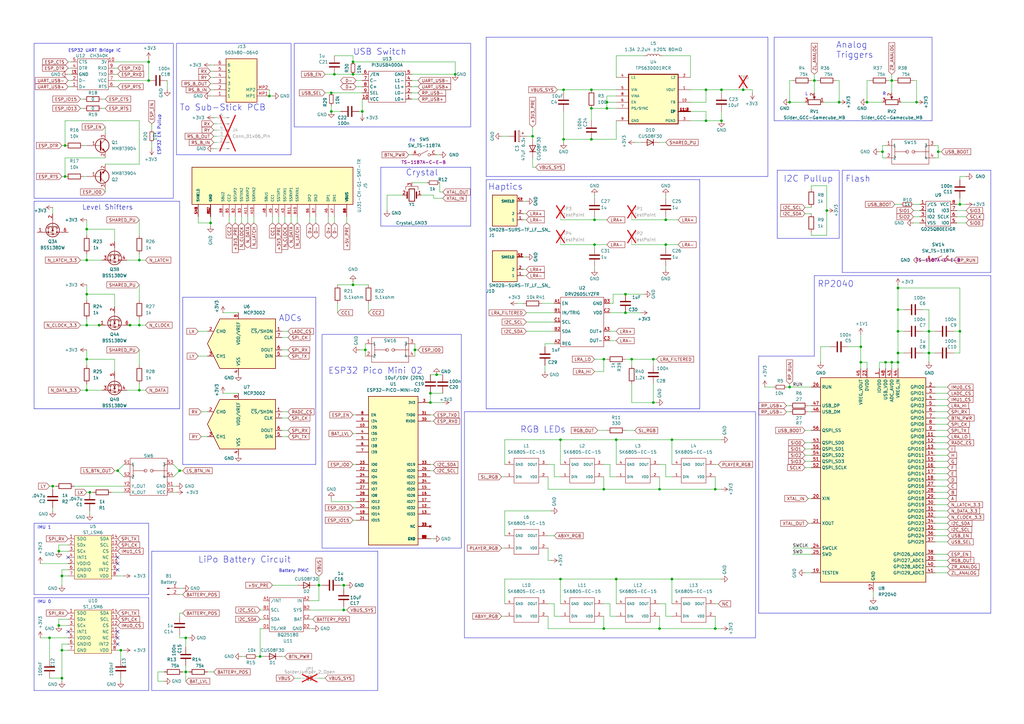
<source format=kicad_sch>
(kicad_sch (version 20231120) (generator "eeschema") (generator_version "8.0")
  (paper "A3")
  (junction (at 430.53 132.08))
  (junction (at 35.56 160.02))
  (junction (at 293.37 257.81))
  (junction (at 110.49 39.37))
  (junction (at 368.3 144.78))
  (junction (at 140.97 240.03))
  (junction (at 429.26 306.07))
  (junction (at 35.56 120.65))
  (junction (at 365.76 33.02))
  (junction (at 252.73 180.34))
  (junction (at 361.95 62.23))
  (junction (at 368.3 118.11))
  (junction (at 273.05 90.17))
  (junction (at 355.6 41.91))
  (junction (at 427.99 287.02))
  (junction (at 35.56 106.68))
  (junction (at 457.2 181.61))
  (junction (at 130.81 240.03))
  (junction (at 427.99 194.31))
  (junction (at 231.14 36.83))
  (junction (at 427.99 226.06))
  (junction (at 35.56 93.98))
  (junction (at 441.96 236.22))
  (junction (at 144.78 25.4))
  (junction (at 368.3 127))
  (junction (at 365.76 148.59))
  (junction (at 304.8 36.83))
  (junction (at 24.13 226.06))
  (junction (at 57.15 106.68))
  (junction (at 323.85 41.91))
  (junction (at 381 135.89))
  (junction (at 323.85 158.75))
  (junction (at 393.7 83.82))
  (junction (at 242.57 36.83))
  (junction (at 53.34 133.35))
  (junction (at 267.97 165.1))
  (junction (at 24.13 256.54))
  (junction (at 60.96 25.4))
  (junction (at 170.18 143.51))
  (junction (at 247.65 147.32))
  (junction (at 25.4 266.7))
  (junction (at 427.99 121.92))
  (junction (at 384.81 62.23))
  (junction (at 267.97 147.32))
  (junction (at 368.3 135.89))
  (junction (at 60.96 33.02))
  (junction (at 179.07 153.67))
  (junction (at 76.2 275.59))
  (junction (at 259.08 147.32))
  (junction (at 186.69 30.48))
  (junction (at 176.53 161.29))
  (junction (at 252.73 237.49))
  (junction (at 86.36 91.44))
  (junction (at 247.65 200.66))
  (junction (at 25.4 278.13))
  (junction (at 26.67 59.69))
  (junction (at 144.78 30.48))
  (junction (at 231.14 57.15))
  (junction (at 289.56 36.83))
  (junction (at 429.26 157.48))
  (junction (at 363.22 148.59))
  (junction (at 248.92 41.91))
  (junction (at 135.89 45.72))
  (junction (at 429.26 236.22))
  (junction (at 444.5 236.22))
  (junction (at 26.67 72.39))
  (junction (at 21.59 199.39))
  (junction (at 218.44 55.88))
  (junction (at 368.3 148.59))
  (junction (at 295.91 49.53))
  (junction (at 106.68 269.24))
  (junction (at 427.99 110.49))
  (junction (at 256.54 120.65))
  (junction (at 144.78 116.84))
  (junction (at 40.64 133.35))
  (junction (at 243.84 100.33))
  (junction (at 427.99 184.15))
  (junction (at 455.93 132.08))
  (junction (at 242.57 57.15))
  (junction (at 148.59 45.72))
  (junction (at 353.06 142.24))
  (junction (at 275.59 180.34))
  (junction (at 275.59 237.49))
  (junction (at 229.87 180.34))
  (junction (at 444.5 157.48))
  (junction (at 135.89 38.1))
  (junction (at 35.56 133.35))
  (junction (at 256.54 128.27))
  (junction (at 57.15 160.02))
  (junction (at 339.09 86.36))
  (junction (at 247.65 257.81))
  (junction (at 242.57 44.45))
  (junction (at 381 144.78))
  (junction (at 295.91 36.83))
  (junction (at 49.53 266.7))
  (junction (at 427.99 204.47))
  (junction (at 270.51 200.66))
  (junction (at 293.37 200.66))
  (junction (at 76.2 261.62))
  (junction (at 427.99 276.86))
  (junction (at 25.4 236.22))
  (junction (at 270.51 257.81))
  (junction (at 427.99 133.35))
  (junction (at 140.97 250.19))
  (junction (at 375.92 41.91))
  (junction (at 273.05 100.33))
  (junction (at 36.83 201.93))
  (junction (at 48.26 193.04))
  (junction (at 353.06 148.59))
  (junction (at 427.99 214.63))
  (junction (at 243.84 90.17))
  (junction (at 334.01 33.02))
  (junction (at 149.86 143.51))
  (junction (at 20.32 261.62))
  (junction (at 35.56 147.32))
  (junction (at 57.15 133.35))
  (junction (at 427.99 99.06))
  (junction (at 73.66 193.04))
  (junction (at 289.56 49.53))
  (junction (at 137.16 30.48))
  (junction (at 427.99 297.18))
  (junction (at 248.92 44.45))
  (junction (at 344.17 41.91))
  (junction (at 393.7 135.89))
  (junction (at 229.87 237.49))
  (junction (at 441.96 157.48))
  (junction (at 176.53 165.1))
  (junction (at 427.99 266.7))
  (no_connect (at 27.94 259.08))
  (no_connect (at 48.26 259.08))
  (no_connect (at 27.94 228.6))
  (no_connect (at 48.26 233.68))
  (no_connect (at 48.26 228.6))
  (no_connect (at 48.26 261.62))
  (no_connect (at 48.26 231.14))
  (no_connect (at 48.26 264.16))
  (wire (pts (xy 129.54 88.9) (xy 129.54 91.44)))
  (wire (pts (xy 86.36 36.83) (xy 87.63 36.83)))
  (wire (pts (xy 167.64 63.5) (xy 168.91 63.5)))
  (wire (pts (xy 368.3 144.78) (xy 370.84 144.78)))
  (wire (pts (xy 87.63 58.42) (xy 88.9 58.42)))
  (wire (pts (xy 130.81 240.03) (xy 130.81 246.38)))
  (wire (pts (xy 429.26 195.58) (xy 427.99 194.31)))
  (wire (pts (xy 41.91 106.68) (xy 35.56 106.68)))
  (wire (pts (xy 330.2 87.63) (xy 332.74 87.63)))
  (wire (pts (xy 429.26 306.07) (xy 434.34 306.07)))
  (wire (pts (xy 177.8 80.01) (xy 177.8 81.28)))
  (wire (pts (xy 256.54 120.65) (xy 251.46 120.65)))
  (wire (pts (xy 431.8 137.16) (xy 441.96 137.16)))
  (wire (pts (xy 33.02 106.68) (xy 35.56 106.68)))
  (wire (pts (xy 383.54 186.69) (xy 388.62 186.69)))
  (wire (pts (xy 177.8 81.28) (xy 181.61 81.28)))
  (wire (pts (xy 383.54 217.17) (xy 388.62 217.17)))
  (wire (pts (xy 430.53 135.89) (xy 431.8 137.16)))
  (wire (pts (xy 46.99 93.98) (xy 35.56 93.98)))
  (wire (pts (xy 231.14 57.15) (xy 242.57 57.15)))
  (wire (pts (xy 256.54 147.32) (xy 259.08 147.32)))
  (wire (pts (xy 142.24 240.03) (xy 140.97 240.03)))
  (wire (pts (xy 57.15 90.17) (xy 57.15 96.52)))
  (wire (pts (xy 429.26 205.74) (xy 427.99 204.47)))
  (wire (pts (xy 57.15 160.02) (xy 57.15 157.48)))
  (wire (pts (xy 130.81 240.03) (xy 132.08 240.03)))
  (wire (pts (xy 275.59 237.49) (xy 275.59 247.65)))
  (wire (pts (xy 205.74 252.73) (xy 207.01 252.73)))
  (wire (pts (xy 429.26 132.08) (xy 427.99 133.35)))
  (wire (pts (xy 393.7 72.39) (xy 393.7 73.66)))
  (wire (pts (xy 454.66 255.27) (xy 453.39 255.27)))
  (wire (pts (xy 363.22 148.59) (xy 363.22 151.13)))
  (wire (pts (xy 43.18 52.07) (xy 43.18 54.61)))
  (wire (pts (xy 378.46 127) (xy 381 127)))
  (wire (pts (xy 111.76 240.03) (xy 121.92 240.03)))
  (wire (pts (xy 248.92 44.45) (xy 248.92 41.91)))
  (wire (pts (xy 383.54 212.09) (xy 388.62 212.09)))
  (wire (pts (xy 449.58 97.79) (xy 448.31 97.79)))
  (wire (pts (xy 383.54 161.29) (xy 388.62 161.29)))
  (wire (pts (xy 158.75 80.01) (xy 158.75 86.36)))
  (wire (pts (xy 40.64 133.35) (xy 35.56 133.35)))
  (wire (pts (xy 48.26 266.7) (xy 49.53 266.7)))
  (wire (pts (xy 383.54 166.37) (xy 388.62 166.37)))
  (wire (pts (xy 86.36 29.21) (xy 87.63 29.21)))
  (wire (pts (xy 267.97 147.32) (xy 269.24 147.32)))
  (polyline (pts (xy 406.4 111.76) (xy 345.44 111.76)))
  (wire (pts (xy 86.36 34.29) (xy 87.63 34.29)))
  (wire (pts (xy 383.54 168.91) (xy 388.62 168.91)))
  (wire (pts (xy 389.89 106.68) (xy 391.16 106.68)))
  (wire (pts (xy 215.9 132.08) (xy 227.33 132.08)))
  (wire (pts (xy 144.78 177.8) (xy 146.05 177.8)))
  (wire (pts (xy 57.15 133.35) (xy 59.69 133.35)))
  (wire (pts (xy 24.13 254) (xy 24.13 256.54)))
  (wire (pts (xy 374.65 83.82) (xy 377.19 83.82)))
  (wire (pts (xy 250.19 252.73) (xy 252.73 252.73)))
  (wire (pts (xy 340.36 142.24) (xy 336.55 142.24)))
  (wire (pts (xy 383.54 176.53) (xy 388.62 176.53)))
  (wire (pts (xy 207.01 190.5) (xy 207.01 180.34)))
  (polyline (pts (xy 60.96 245.11) (xy 60.96 283.21)))
  (wire (pts (xy 106.68 269.24) (xy 105.41 269.24)))
  (wire (pts (xy 429.26 109.22) (xy 427.99 110.49)))
  (wire (pts (xy 127 257.81) (xy 128.27 257.81)))
  (wire (pts (xy 76.2 265.43) (xy 76.2 261.62)))
  (wire (pts (xy 106.68 250.19) (xy 107.95 250.19)))
  (wire (pts (xy 68.58 36.83) (xy 68.58 33.02)))
  (wire (pts (xy 347.98 142.24) (xy 353.06 142.24)))
  (wire (pts (xy 223.52 149.86) (xy 223.52 152.4)))
  (wire (pts (xy 219.71 68.58) (xy 218.44 68.58)))
  (wire (pts (xy 242.57 57.15) (xy 252.73 57.15)))
  (wire (pts (xy 130.81 278.13) (xy 133.35 278.13)))
  (wire (pts (xy 71.12 190.5) (xy 73.66 193.04)))
  (wire (pts (xy 363.22 148.59) (xy 365.76 148.59)))
  (polyline (pts (xy 74.93 121.92) (xy 129.54 121.92)))
  (wire (pts (xy 445.77 295.91) (xy 444.5 295.91)))
  (wire (pts (xy 271.78 22.86) (xy 283.21 22.86)))
  (wire (pts (xy 180.34 74.93) (xy 180.34 78.74)))
  (wire (pts (xy 27.94 30.48) (xy 29.21 30.48)))
  (wire (pts (xy 86.36 31.75) (xy 87.63 31.75)))
  (wire (pts (xy 427.99 87.63) (xy 429.26 86.36)))
  (wire (pts (xy 205.74 55.88) (xy 208.28 55.88)))
  (wire (pts (xy 130.81 236.22) (xy 130.81 240.03)))
  (wire (pts (xy 144.78 190.5) (xy 146.05 190.5)))
  (wire (pts (xy 365.76 33.02) (xy 367.03 33.02)))
  (wire (pts (xy 87.63 48.26) (xy 88.9 48.26)))
  (wire (pts (xy 365.76 148.59) (xy 368.3 148.59)))
  (wire (pts (xy 180.34 78.74) (xy 181.61 78.74)))
  (wire (pts (xy 334.01 33.02) (xy 335.28 33.02)))
  (wire (pts (xy 429.26 157.48) (xy 427.99 156.21)))
  (wire (pts (xy 262.89 58.42) (xy 260.35 58.42)))
  (wire (pts (xy 429.26 306.07) (xy 429.26 307.34)))
  (wire (pts (xy 453.39 132.08) (xy 455.93 132.08)))
  (wire (pts (xy 383.54 219.71) (xy 388.62 219.71)))
  (wire (pts (xy 25.4 233.68) (xy 27.94 233.68)))
  (wire (pts (xy 176.53 170.18) (xy 177.8 170.18)))
  (wire (pts (xy 49.53 278.13) (xy 49.53 279.4)))
  (wire (pts (xy 383.54 222.25) (xy 388.62 222.25)))
  (polyline (pts (xy 309.88 168.91) (xy 309.88 261.62)))
  (wire (pts (xy 179.07 63.5) (xy 180.34 63.5)))
  (wire (pts (xy 273.05 100.33) (xy 278.13 100.33)))
  (wire (pts (xy 106.68 254) (xy 107.95 254)))
  (wire (pts (xy 62.23 50.8) (xy 62.23 53.34)))
  (wire (pts (xy 393.7 135.89) (xy 393.7 144.78)))
  (wire (pts (xy 283.21 49.53) (xy 289.56 49.53)))
  (wire (pts (xy 147.32 143.51) (xy 149.86 143.51)))
  (wire (pts (xy 76.2 261.62) (xy 77.47 261.62)))
  (wire (pts (xy 448.31 181.61) (xy 449.58 181.61)))
  (wire (pts (xy 429.26 97.79) (xy 427.99 99.06)))
  (wire (pts (xy 444.5 157.48) (xy 448.31 157.48)))
  (polyline (pts (xy 60.96 283.21) (xy 13.97 283.21)))
  (wire (pts (xy 227.33 247.65) (xy 227.33 252.73)))
  (wire (pts (xy 273.05 90.17) (xy 278.13 90.17)))
  (polyline (pts (xy 311.15 146.05) (xy 334.01 146.05)))
  (wire (pts (xy 107.95 257.81) (xy 106.68 257.81)))
  (wire (pts (xy 91.44 128.27) (xy 97.79 128.27)))
  (wire (pts (xy 135.89 45.72) (xy 139.7 45.72)))
  (wire (pts (xy 57.15 133.35) (xy 57.15 130.81)))
  (wire (pts (xy 87.63 50.8) (xy 88.9 50.8)))
  (polyline (pts (xy 13.97 245.11) (xy 13.97 283.21)))
  (wire (pts (xy 176.53 172.72) (xy 177.8 172.72)))
  (wire (pts (xy 330.2 191.77) (xy 332.74 191.77)))
  (wire (pts (xy 224.79 200.66) (xy 224.79 195.58)))
  (wire (pts (xy 369.57 41.91) (xy 375.92 41.91)))
  (wire (pts (xy 334.01 33.02) (xy 332.74 33.02)))
  (wire (pts (xy 267.97 149.86) (xy 267.97 147.32)))
  (wire (pts (xy 375.92 41.91) (xy 375.92 33.02)))
  (wire (pts (xy 427.99 133.35) (xy 427.99 121.92)))
  (wire (pts (xy 427.99 184.15) (xy 427.99 194.31)))
  (wire (pts (xy 86.36 26.67) (xy 87.63 26.67)))
  (wire (pts (xy 323.85 33.02) (xy 325.12 33.02)))
  (wire (pts (xy 186.69 25.4) (xy 186.69 30.48)))
  (wire (pts (xy 20.32 270.51) (xy 20.32 261.62)))
  (wire (pts (xy 344.17 33.02) (xy 342.9 33.02)))
  (wire (pts (xy 52.07 106.68) (xy 57.15 106.68)))
  (wire (pts (xy 73.66 241.3) (xy 74.93 241.3)))
  (wire (pts (xy 251.46 124.46) (xy 250.19 124.46)))
  (wire (pts (xy 24.13 256.54) (xy 27.94 256.54)))
  (wire (pts (xy 231.14 58.42) (xy 231.14 57.15)))
  (wire (pts (xy 87.63 60.96) (xy 88.9 60.96)))
  (wire (pts (xy 392.43 86.36) (xy 396.24 86.36)))
  (wire (pts (xy 25.4 236.22) (xy 27.94 236.22)))
  (wire (pts (xy 168.91 74.93) (xy 175.26 74.93)))
  (wire (pts (xy 82.55 168.91) (xy 85.09 168.91)))
  (wire (pts (xy 392.43 91.44) (xy 396.24 91.44)))
  (wire (pts (xy 35.56 93.98) (xy 35.56 96.52)))
  (wire (pts (xy 332.74 77.47) (xy 332.74 76.2)))
  (polyline (pts (xy 406.4 113.03) (xy 334.01 113.03)))
  (wire (pts (xy 245.11 176.53) (xy 248.92 176.53)))
  (wire (pts (xy 53.34 133.35) (xy 57.15 133.35)))
  (wire (pts (xy 144.78 116.84) (xy 144.78 115.57)))
  (wire (pts (xy 458.47 86.36) (xy 457.2 86.36)))
  (wire (pts (xy 67.31 279.4) (xy 64.77 279.4)))
  (wire (pts (xy 22.86 199.39) (xy 21.59 199.39)))
  (wire (pts (xy 35.56 143.51) (xy 35.56 147.32)))
  (wire (pts (xy 96.52 88.9) (xy 96.52 91.44)))
  (wire (pts (xy 429.26 215.9) (xy 427.99 214.63)))
  (wire (pts (xy 214.63 87.63) (xy 215.9 87.63)))
  (wire (pts (xy 441.96 157.48) (xy 441.96 158.75)))
  (wire (pts (xy 368.3 116.84) (xy 368.3 118.11)))
  (wire (pts (xy 458.47 120.65) (xy 457.2 120.65)))
  (wire (pts (xy 133.35 30.48) (xy 137.16 30.48)))
  (wire (pts (xy 381 135.89) (xy 381 144.78)))
  (wire (pts (xy 227.33 252.73) (xy 229.87 252.73)))
  (wire (pts (xy 27.94 25.4) (xy 29.21 25.4)))
  (wire (pts (xy 81.28 146.05) (xy 85.09 146.05)))
  (wire (pts (xy 25.4 264.16) (xy 25.4 266.7)))
  (polyline (pts (xy 60.96 243.84) (xy 13.97 243.84)))
  (wire (pts (xy 444.5 236.22) (xy 444.5 237.49)))
  (wire (pts (xy 46.99 193.04) (xy 48.26 193.04)))
  (wire (pts (xy 176.53 165.1) (xy 181.61 165.1)))
  (wire (pts (xy 223.52 140.97) (xy 223.52 142.24)))
  (wire (pts (xy 448.31 227.33) (xy 449.58 227.33)))
  (wire (pts (xy 457.2 132.08) (xy 455.93 132.08)))
  (wire (pts (xy 57.15 143.51) (xy 57.15 149.86)))
  (wire (pts (xy 256.54 120.65) (xy 264.16 120.65)))
  (wire (pts (xy 41.91 40.64) (xy 43.18 40.64)))
  (wire (pts (xy 120.65 278.13) (xy 123.19 278.13)))
  (wire (pts (xy 392.43 88.9) (xy 396.24 88.9)))
  (wire (pts (xy 383.54 191.77) (xy 388.62 191.77)))
  (wire (pts (xy 466.09 132.08) (xy 464.82 132.08)))
  (wire (pts (xy 224.79 247.65) (xy 227.33 247.65)))
  (wire (pts (xy 383.54 232.41) (xy 388.62 232.41)))
  (wire (pts (xy 383.54 158.75) (xy 388.62 158.75)))
  (wire (pts (xy 119.38 88.9) (xy 119.38 91.44)))
  (wire (pts (xy 393.7 118.11) (xy 393.7 135.89)))
  (wire (pts (xy 215.9 105.41) (xy 214.63 105.41)))
  (polyline (pts (xy 156.21 68.58) (xy 156.21 92.71)))
  (wire (pts (xy 48.26 236.22) (xy 50.8 236.22)))
  (wire (pts (xy 57.15 67.31) (xy 57.15 49.53)))
  (wire (pts (xy 115.57 146.05) (xy 118.11 146.05)))
  (wire (pts (xy 330.2 234.95) (xy 332.74 234.95)))
  (wire (pts (xy 330.2 189.23) (xy 332.74 189.23)))
  (wire (pts (xy 427.99 194.31) (xy 427.99 204.47)))
  (wire (pts (xy 250.19 190.5) (xy 250.19 195.58)))
  (wire (pts (xy 25.4 266.7) (xy 27.94 266.7)))
  (wire (pts (xy 252.73 237.49) (xy 275.59 237.49)))
  (wire (pts (xy 322.58 158.75) (xy 323.85 158.75)))
  (wire (pts (xy 457.2 236.22) (xy 458.47 236.22)))
  (wire (pts (xy 36.83 201.93) (xy 35.56 201.93)))
  (wire (pts (xy 353.06 137.16) (xy 353.06 142.24)))
  (wire (pts (xy 430.53 132.08) (xy 430.53 135.89)))
  (wire (pts (xy 332.74 224.79) (xy 325.12 224.79)))
  (wire (pts (xy 273.05 80.01) (xy 273.05 81.28)))
  (wire (pts (xy 275.59 180.34) (xy 295.91 180.34)))
  (wire (pts (xy 368.3 144.78) (xy 368.3 148.59)))
  (wire (pts (xy 383.54 209.55) (xy 388.62 209.55)))
  (wire (pts (xy 304.8 36.83) (xy 308.61 36.83)))
  (wire (pts (xy 368.3 135.89) (xy 368.3 144.78)))
  (wire (pts (xy 383.54 59.69) (xy 384.81 59.69)))
  (wire (pts (xy 149.86 143.51) (xy 149.86 146.05)))
  (wire (pts (xy 21.59 85.09) (xy 21.59 87.63)))
  (wire (pts (xy 224.79 229.87) (xy 224.79 224.79)))
  (wire (pts (xy 360.68 148.59) (xy 363.22 148.59)))
  (wire (pts (xy 41.91 160.02) (xy 35.56 160.02)))
  (wire (pts (xy 76.2 275.59) (xy 74.93 275.59)))
  (wire (pts (xy 45.72 201.93) (xy 50.8 201.93)))
  (wire (pts (xy 334.01 30.48) (xy 334.01 33.02)))
  (wire (pts (xy 429.26 275.59) (xy 427.99 276.86)))
  (wire (pts (xy 353.06 142.24) (xy 353.06 148.59)))
  (wire (pts (xy 457.2 215.9) (xy 458.47 215.9)))
  (wire (pts (xy 215.9 110.49) (xy 214.63 110.49)))
  (wire (pts (xy 142.24 88.9) (xy 142.24 91.44)))
  (wire (pts (xy 93.98 88.9) (xy 93.98 91.44)))
  (wire (pts (xy 365.76 33.02) (xy 364.49 33.02)))
  (wire (pts (xy 383.54 189.23) (xy 388.62 189.23)))
  (wire (pts (xy 449.58 129.54) (xy 450.85 129.54)))
  (wire (pts (xy 176.53 153.67) (xy 179.07 153.67)))
  (wire (pts (xy 438.15 97.79) (xy 429.26 97.79)))
  (wire (pts (xy 332.74 95.25) (xy 332.74 96.52)))
  (wire (pts (xy 49.53 266.7) (xy 50.8 266.7)))
  (wire (pts (xy 427.99 184.15) (xy 430.53 184.15)))
  (wire (pts (xy 73.66 193.04) (xy 74.93 193.04)))
  (wire (pts (xy 64.77 279.4) (xy 64.77 275.59)))
  (wire (pts (xy 427.99 304.8) (xy 429.26 306.07)))
  (polyline (pts (xy 199.39 91.44) (xy 199.39 167.64)))
  (wire (pts (xy 457.2 171.45) (xy 457.2 181.61)))
  (wire (pts (xy 231.14 36.83) (xy 242.57 36.83)))
  (wire (pts (xy 73.66 251.46) (xy 73.66 252.73)))
  (wire (pts (xy 242.57 36.83) (xy 252.73 36.83)))
  (wire (pts (xy 295.91 36.83) (xy 295.91 38.1)))
  (wire (pts (xy 344.17 41.91) (xy 337.82 41.91)))
  (wire (pts (xy 207.01 209.55) (xy 226.06 209.55)))
  (wire (pts (xy 429.26 170.18) (xy 427.99 171.45)))
  (wire (pts (xy 438.15 109.22) (xy 429.26 109.22)))
  (wire (pts (xy 158.75 80.01) (xy 165.1 80.01)))
  (wire (pts (xy 215.9 128.27) (xy 227.33 128.27)))
  (wire (pts (xy 270.51 257.81) (xy 270.51 252.73)))
  (wire (pts (xy 247.65 247.65) (xy 250.19 247.65)))
  (wire (pts (xy 374.65 86.36) (xy 377.19 86.36)))
  (wire (pts (xy 43.18 67.31) (xy 57.15 67.31)))
  (wire (pts (xy 46.99 152.4) (xy 46.99 147.32)))
  (wire (pts (xy 454.66 265.43) (xy 453.39 265.43)))
  (wire (pts (xy 30.48 199.39) (xy 50.8 199.39)))
  (wire (pts (xy 455.93 170.18) (xy 457.2 171.45)))
  (wire (pts (xy 146.05 35.56) (xy 148.59 35.56)))
  (wire (pts (xy 33.02 133.35) (xy 35.56 133.35)))
  (wire (pts (xy 323.85 157.48) (xy 323.85 158.75)))
  (wire (pts (xy 383.54 227.33) (xy 388.62 227.33)))
  (wire (pts (xy 24.13 223.52) (xy 24.13 226.06)))
  (wire (pts (xy 393.7 144.78) (xy 391.16 144.78)))
  (wire (pts (xy 115.57 171.45) (xy 118.11 171.45)))
  (wire (pts (xy 383.54 184.15) (xy 388.62 184.15)))
  (wire (pts (xy 64.77 275.59) (xy 67.31 275.59)))
  (wire (pts (xy 365.76 30.48) (xy 365.76 33.02)))
  (wire (pts (xy 330.2 184.15) (xy 332.74 184.15)))
  (wire (pts (xy 355.6 33.02) (xy 356.87 33.02)))
  (wire (pts (xy 259.08 165.1) (xy 267.97 165.1)))
  (wire (pts (xy 427.99 287.02) (xy 427.99 297.18)))
  (wire (pts (xy 116.84 88.9) (xy 116.84 91.44)))
  (wire (pts (xy 243.84 100.33) (xy 248.92 100.33)))
  (wire (pts (xy 368.3 135.89) (xy 370.84 135.89)))
  (wire (pts (xy 114.3 88.9) (xy 114.3 91.44)))
  (wire (pts (xy 293.37 200.66) (xy 293.37 195.58)))
  (wire (pts (xy 438.15 215.9) (xy 429.26 215.9)))
  (wire (pts (xy 339.09 76.2) (xy 339.09 86.36)))
  (wire (pts (xy 275.59 180.34) (xy 275.59 190.5)))
  (wire (pts (xy 127 254) (xy 128.27 254)))
  (wire (pts (xy 57.15 106.68) (xy 59.69 106.68)))
  (wire (pts (xy 110.49 39.37) (xy 111.76 39.37)))
  (wire (pts (xy 73.66 261.62) (xy 76.2 261.62)))
  (wire (pts (xy 450.85 129.54) (xy 453.39 132.08)))
  (wire (pts (xy 339.09 96.52) (xy 339.09 86.36)))
  (wire (pts (xy 127 246.38) (xy 130.81 246.38)))
  (polyline (pts (xy 406.4 69.85) (xy 406.4 111.76)))
  (wire (pts (xy 361.95 64.77) (xy 363.22 64.77)))
  (wire (pts (xy 149.86 140.97) (xy 149.86 143.51)))
  (wire (pts (xy 86.36 39.37) (xy 87.63 39.37)))
  (wire (pts (xy 273.05 100.33) (xy 273.05 101.6)))
  (wire (pts (xy 243.84 80.01) (xy 243.84 81.28)))
  (wire (pts (xy 242.57 44.45) (xy 242.57 49.53)))
  (wire (pts (xy 445.77 306.07) (xy 444.5 306.07)))
  (wire (pts (xy 295.91 257.81) (xy 293.37 257.81)))
  (wire (pts (xy 445.77 275.59) (xy 444.5 275.59)))
  (wire (pts (xy 365.76 148.59) (xy 365.76 151.13)))
  (wire (pts (xy 267.97 157.48) (xy 267.97 165.1)))
  (wire (pts (xy 25.4 279.4) (xy 25.4 278.13)))
  (wire (pts (xy 360.68 151.13) (xy 360.68 148.59)))
  (wire (pts (xy 27.94 223.52) (xy 24.13 223.52)))
  (polyline (pts (xy 13.97 82.55) (xy 13.97 167.64)))
  (wire (pts (xy 134.62 88.9) (xy 134.62 91.44)))
  (wire (pts (xy 151.13 124.46) (xy 151.13 128.27)))
  (wire (pts (xy 229.87 100.33) (xy 243.84 100.33)))
  (wire (pts (xy 393.7 81.28) (xy 393.7 83.82)))
  (wire (pts (xy 127 88.9) (xy 127 91.44)))
  (wire (pts (xy 429.26 227.33) (xy 427.99 226.06)))
  (wire (pts (xy 106.68 269.24) (xy 107.95 269.24)))
  (wire (pts (xy 247.65 257.81) (xy 247.65 252.73)))
  (wire (pts (xy 25.4 59.69) (xy 26.67 59.69)))
  (wire (pts (xy 35.56 90.17) (xy 35.56 93.98)))
  (wire (pts (xy 427.99 256.54) (xy 427.99 266.7)))
  (wire (pts (xy 441.96 236.22) (xy 441.96 237.49)))
  (wire (pts (xy 215.9 55.88) (xy 218.44 55.88)))
  (wire (pts (xy 434.34 255.27) (xy 429.26 255.27)))
  (wire (pts (xy 438.15 195.58) (xy 429.26 195.58)))
  (wire (pts (xy 71.12 195.58) (xy 73.66 193.04)))
  (wire (pts (xy 445.77 265.43) (xy 444.5 265.43)))
  (wire (pts (xy 427.99 204.47) (xy 427.99 214.63)))
  (wire (pts (xy 438.15 120.65) (xy 429.26 120.65)))
  (wire (pts (xy 76.2 279.4) (xy 76.2 275.59)))
  (polyline (pts (xy 13.97 214.63) (xy 13.97 243.84)))
  (wire (pts (xy 384.81 62.23) (xy 386.08 62.23)))
  (wire (pts (xy 330.2 85.09) (xy 332.74 85.09)))
  (wire (pts (xy 168.91 35.56) (xy 171.45 35.56)))
  (wire (pts (xy 99.06 269.24) (xy 100.33 269.24)))
  (wire (pts (xy 176.53 220.98) (xy 177.8 220.98)))
  (wire (pts (xy 383.54 64.77) (xy 384.81 64.77)))
  (polyline (pts (xy 129.54 121.92) (xy 129.54 190.5)))
  (wire (pts (xy 135.89 43.18) (xy 135.89 45.72)))
  (wire (pts (xy 71.12 201.93) (xy 72.39 201.93)))
  (wire (pts (xy 429.26 255.27) (xy 427.99 256.54)))
  (wire (pts (xy 215.9 135.89) (xy 227.33 135.89)))
  (wire (pts (xy 252.73 180.34) (xy 275.59 180.34)))
  (wire (pts (xy 243.84 90.17) (xy 248.92 90.17)))
  (polyline (pts (xy 73.66 82.55) (xy 73.66 167.64)))
  (wire (pts (xy 293.37 247.65) (xy 294.64 247.65)))
  (wire (pts (xy 368.3 118.11) (xy 368.3 127)))
  (wire (pts (xy 358.14 242.57) (xy 358.14 245.11)))
  (wire (pts (xy 247.65 200.66) (xy 247.65 195.58)))
  (wire (pts (xy 293.37 200.66) (xy 270.51 200.66)))
  (wire (pts (xy 252.73 44.45) (xy 248.92 44.45)))
  (wire (pts (xy 393.7 72.39) (xy 396.24 72.39)))
  (wire (pts (xy 295.91 36.83) (xy 304.8 36.83)))
  (wire (pts (xy 247.65 152.4) (xy 247.65 147.32)))
  (wire (pts (xy 16.51 231.14) (xy 27.94 231.14)))
  (wire (pts (xy 228.6 36.83) (xy 231.14 36.83)))
  (wire (pts (xy 361.95 62.23) (xy 361.95 64.77)))
  (wire (pts (xy 273.05 88.9) (xy 273.05 90.17)))
  (wire (pts (xy 429.26 295.91) (xy 427.99 297.18)))
  (wire (pts (xy 231.14 38.1) (xy 231.14 36.83)))
  (wire (pts (xy 46.99 30.48) (xy 48.26 30.48)))
  (wire (pts (xy 383.54 207.01) (xy 388.62 207.01)))
  (wire (pts (xy 27.94 33.02) (xy 29.21 33.02)))
  (wire (pts (xy 35.56 120.65) (xy 35.56 123.19)))
  (wire (pts (xy 35.56 133.35) (xy 35.56 130.81)))
  (wire (pts (xy 323.85 168.91) (xy 322.58 168.91)))
  (wire (pts (xy 33.02 44.45) (xy 34.29 44.45)))
  (wire (pts (xy 368.3 127) (xy 368.3 135.89)))
  (wire (pts (xy 332.74 96.52) (xy 339.09 96.52)))
  (wire (pts (xy 429.26 157.48) (xy 429.26 158.75)))
  (polyline (pts (xy 129.54 190.5) (xy 74.93 190.5)))
  (wire (pts (xy 332.74 166.37) (xy 331.47 166.37)))
  (wire (pts (xy 283.21 36.83) (xy 289.56 36.83)))
  (wire (pts (xy 332.74 168.91) (xy 331.47 168.91)))
  (wire (pts (xy 259.08 147.32) (xy 259.08 149.86)))
  (wire (pts (xy 73.66 243.84) (xy 74.93 243.84)))
  (wire (pts (xy 215.9 113.03) (xy 214.63 113.03)))
  (wire (pts (xy 448.31 109.22) (xy 449.58 109.22)))
  (wire (pts (xy 454.66 137.16) (xy 455.93 135.89)))
  (wire (pts (xy 429.26 236.22) (xy 427.99 234.95)))
  (wire (pts (xy 361.95 59.69) (xy 361.95 62.23)))
  (wire (pts (xy 50.8 195.58) (xy 48.26 193.04)))
  (wire (pts (xy 289.56 41.91) (xy 289.56 36.83)))
  (wire (pts (xy 381 127) (xy 381 135.89)))
  (wire (pts (xy 275.59 237.49) (xy 295.91 237.49)))
  (wire (pts (xy 429.26 120.65) (xy 427.99 121.92)))
  (wire (pts (xy 207.01 237.49) (xy 229.87 237.49)))
  (wire (pts (xy 26.67 49.53) (xy 26.67 59.69)))
  (wire (pts (xy 224.79 229.87) (xy 226.06 229.87)))
  (wire (pts (xy 46.99 147.32) (xy 35.56 147.32)))
  (wire (pts (xy 353.06 148.59) (xy 355.6 148.59)))
  (wire (pts (xy 252.73 180.34) (xy 252.73 190.5)))
  (wire (pts (xy 46.99 27.94) (xy 48.26 27.94)))
  (wire (pts (xy 383.54 179.07) (xy 388.62 179.07)))
  (wire (pts (xy 148.59 45.72) (xy 148.59 46.99)))
  (wire (pts (xy 224.79 257.81) (xy 224.79 252.73)))
  (wire (pts (xy 21.59 208.28) (xy 21.59 209.55)))
  (wire (pts (xy 52.07 160.02) (xy 57.15 160.02)))
  (wire (pts (xy 224.79 219.71) (xy 227.33 219.71)))
  (wire (pts (xy 383.54 201.93) (xy 388.62 201.93)))
  (wire (pts (xy 207.01 247.65) (xy 207.01 237.49)))
  (wire (pts (xy 427.99 226.06) (xy 427.99 234.95)))
  (polyline (pts (xy 156.21 68.58) (xy 193.04 68.58)))
  (wire (pts (xy 283.21 41.91) (xy 289.56 41.91)))
  (wire (pts (xy 34.29 72.39) (xy 35.56 72.39)))
  (wire (pts (xy 267.97 165.1) (xy 269.24 165.1)))
  (wire (pts (xy 444.5 157.48) (xy 444.5 158.75)))
  (wire (pts (xy 36.83 210.82) (xy 36.83 209.55)))
  (wire (pts (xy 26.67 64.77) (xy 43.18 64.77)))
  (wire (pts (xy 454.66 285.75) (xy 453.39 285.75)))
  (wire (pts (xy 444.5 236.22) (xy 449.58 236.22)))
  (wire (pts (xy 383.54 199.39) (xy 388.62 199.39)))
  (wire (pts (xy 140.97 248.92) (xy 140.97 250.19)))
  (wire (pts (xy 448.31 215.9) (xy 449.58 215.9)))
  (wire (pts (xy 383.54 234.95) (xy 388.62 234.95)))
  (wire (pts (xy 445.77 170.18) (xy 444.5 171.45)))
  (wire (pts (xy 332.74 76.2) (xy 339.09 76.2)))
  (wire (pts (xy 251.46 120.65) (xy 251.46 124.46)))
  (wire (pts (xy 252.73 22.86) (xy 264.16 22.86)))
  (polyline (pts (xy 13.97 245.11) (xy 60.96 245.11)))
  (wire (pts (xy 135.89 38.1) (xy 148.59 38.1)))
  (wire (pts (xy 146.05 33.02) (xy 148.59 33.02)))
  (wire (pts (xy 144.78 30.48) (xy 148.59 30.48)))
  (wire (pts (xy 252.73 31.75) (xy 252.73 22.86)))
  (wire (pts (xy 168.91 33.02) (xy 171.45 33.02)))
  (wire (pts (xy 330.2 186.69) (xy 332.74 186.69)))
  (wire (pts (xy 454.66 275.59) (xy 453.39 275.59)))
  (wire (pts (xy 438.15 184.15) (xy 439.42 184.15)))
  (wire (pts (xy 250.19 247.65) (xy 250.19 252.73)))
  (wire (pts (xy 222.25 124.46) (xy 227.33 124.46)))
  (wire (pts (xy 273.05 252.73) (xy 275.59 252.73)))
  (wire (pts (xy 57.15 116.84) (xy 57.15 123.19)))
  (wire (pts (xy 427.99 99.06) (xy 427.99 87.63)))
  (wire (pts (xy 383.54 181.61) (xy 388.62 181.61)))
  (wire (pts (xy 52.07 133.35) (xy 53.34 133.35)))
  (wire (pts (xy 229.87 237.49) (xy 229.87 247.65)))
  (wire (pts (xy 205.74 195.58) (xy 207.01 195.58)))
  (wire (pts (xy 231.14 45.72) (xy 231.14 57.15)))
  (wire (pts (xy 429.26 265.43) (xy 427.99 266.7)))
  (wire (pts (xy 383.54 204.47) (xy 388.62 204.47)))
  (wire (pts (xy 392.43 83.82) (xy 393.7 83.82)))
  (wire (pts (xy 252.73 237.49) (xy 252.73 247.65)))
  (wire (pts (xy 218.44 55.88) (xy 218.44 57.15)))
  (wire (pts (xy 137.16 88.9) (xy 137.16 91.44)))
  (wire (pts (xy 144.78 116.84) (xy 151.13 116.84)))
  (wire (pts (xy 172.72 80.01) (xy 177.8 80.01)))
  (wire (pts (xy 144.78 208.28) (xy 146.05 208.28)))
  (wire (pts (xy 445.77 285.75) (xy 444.5 285.75)))
  (wire (pts (xy 434.34 275.59) (xy 429.26 275.59)))
  (wire (pts (xy 106.68 257.81) (xy 106.68 269.24)))
  (polyline (pts (xy 199.39 91.44) (xy 199.39 73.66)))
  (wire (pts (xy 229.87 180.34) (xy 252.73 180.34)))
  (wire (pts (xy 104.14 88.9) (xy 104.14 91.44)))
  (wire (pts (xy 139.7 240.03) (xy 140.97 240.03)))
  (wire (pts (xy 176.53 161.29) (xy 181.61 161.29)))
  (wire (pts (xy 144.78 22.86) (xy 144.78 25.4)))
  (wire (pts (xy 438.15 227.33) (xy 429.26 227.33)))
  (wire (pts (xy 308.61 36.83) (xy 308.61 38.1)))
  (wire (pts (xy 383.54 214.63) (xy 388.62 214.63)))
  (wire (pts (xy 87.63 55.88) (xy 88.9 55.88)))
  (wire (pts (xy 270.51 200.66) (xy 247.65 200.66)))
  (wire (pts (xy 46.99 25.4) (xy 60.96 25.4)))
  (wire (pts (xy 137.16 22.86) (xy 144.78 22.86)))
  (polyline (pts (xy 73.66 167.64) (xy 13.97 167.64)))
  (wire (pts (xy 243.84 152.4) (xy 247.65 152.4)))
  (wire (pts (xy 168.91 30.48) (xy 186.69 30.48)))
  (wire (pts (xy 273.05 58.42) (xy 270.51 58.42)))
  (wire (pts (xy 86.36 88.9) (xy 86.36 91.44)))
  (wire (pts (xy 25.4 233.68) (xy 25.4 236.22)))
  (wire (pts (xy 170.18 140.97) (xy 170.18 143.51)))
  (wire (pts (xy 457.2 157.48) (xy 455.93 157.48)))
  (wire (pts (xy 427.99 171.45) (xy 427.99 184.15)))
  (wire (pts (xy 49.53 266.7) (xy 49.53 270.51)))
  (wire (pts (xy 283.21 45.72) (xy 289.56 45.72)))
  (wire (pts (xy 247.65 190.5) (xy 250.19 190.5)))
  (wire (pts (xy 81.28 88.9) (xy 81.28 91.44)))
  (wire (pts (xy 353.06 148.59) (xy 353.06 151.13)))
  (wire (pts (xy 367.03 83.82) (xy 369.57 83.82)))
  (wire (pts (xy 25.4 264.16) (xy 27.94 264.16)))
  (wire (pts (xy 146.05 205.74) (xy 135.89 205.74)))
  (wire (pts (xy 427.99 276.86) (xy 427.99 287.02)))
  (wire (pts (xy 115.57 179.07) (xy 118.11 179.07)))
  (wire (pts (xy 270.51 190.5) (xy 273.05 190.5)))
  (wire (pts (xy 24.13 226.06) (xy 27.94 226.06)))
  (wire (pts (xy 71.12 199.39) (xy 72.39 199.39)))
  (wire (pts (xy 344.17 33.02) (xy 344.17 41.91)))
  (wire (pts (xy 381 135.89) (xy 383.54 135.89)))
  (wire (pts (xy 273.05 109.22) (xy 273.05 110.49)))
  (wire (pts (xy 138.43 116.84) (xy 144.78 116.84)))
  (wire (pts (xy 427.99 297.18) (xy 427.99 304.8)))
  (wire (pts (xy 434.34 265.43) (xy 429.26 265.43)))
  (wire (pts (xy 27.94 27.94) (xy 29.21 27.94)))
  (wire (pts (xy 293.37 190.5) (xy 294.64 190.5)))
  (wire (pts (xy 381 144.78) (xy 381 148.59)))
  (wire (pts (xy 259.08 147.32) (xy 267.97 147.32)))
  (wire (pts (xy 252.73 41.91) (xy 248.92 41.91)))
  (wire (pts (xy 454.66 295.91) (xy 453.39 295.91)))
  (polyline (pts (xy 193.04 92.71) (xy 156.21 92.71)))
  (wire (pts (xy 458.47 109.22) (xy 457.2 109.22)))
  (wire (pts (xy 25.4 236.22) (xy 25.4 240.03)))
  (wire (pts (xy 458.47 97.79) (xy 457.2 97.79)))
  (wire (pts (xy 243.84 88.9) (xy 243.84 90.17)))
  (wire (pts (xy 273.05 247.65) (xy 273.05 252.73)))
  (wire (pts (xy 207.01 219.71) (xy 207.01 209.55)))
  (wire (pts (xy 383.54 196.85) (xy 388.62 196.85)))
  (wire (pts (xy 449.58 86.36) (xy 448.31 86.36)))
  (wire (pts (xy 429.26 285.75) (xy 427.99 287.02)))
  (wire (pts (xy 429.26 236.22) (xy 429.26 237.49)))
  (wire (pts (xy 454.66 306.07) (xy 453.39 306.07)))
  (wire (pts (xy 259.08 100.33) (xy 273.05 100.33)))
  (wire (pts (xy 81.28 135.89) (xy 85.09 135.89)))
  (wire (pts (xy 384.81 59.69) (xy 384.81 62.23)))
  (wire (pts (xy 250.19 135.89) (xy 252.73 135.89)))
  (wire (pts (xy 87.63 53.34) (xy 88.9 53.34)))
  (wire (pts (xy 383.54 171.45) (xy 388.62 171.45)))
  (wire (pts (xy 441.96 236.22) (xy 429.26 236.22)))
  (wire (pts (xy 295.91 200.66) (xy 293.37 200.66)))
  (wire (pts (xy 331.47 204.47) (xy 332.74 204.47)))
  (wire (pts (xy 16.51 261.62) (xy 20.32 261.62)))
  (wire (pts (xy 252.73 39.37) (xy 248.92 39.37)))
  (polyline (pts (xy 334.01 113.03) (xy 334.01 146.05)))
  (wire (pts (xy 21.59 200.66) (xy 21.59 199.39)))
  (wire (pts (xy 115.57 168.91) (xy 118.11 168.91)))
  (wire (pts (xy 33.02 160.02) (xy 35.56 160.02)))
  (wire (pts (xy 323.85 158.75) (xy 332.74 158.75)))
  (wire (pts (xy 332.74 227.33) (xy 325.12 227.33)))
  (wire (pts (xy 330.2 181.61) (xy 332.74 181.61)))
  (polyline (pts (xy 311.15 251.46) (xy 406.4 251.46)))
  (wire (pts (xy 289.56 49.53) (xy 295.91 49.53)))
  (wire (pts (xy 323.85 166.37) (xy 322.58 166.37)))
  (wire (pts (xy 140.97 240.03) (xy 140.97 241.3)))
  (polyline (pts (xy 345.44 69.85) (xy 406.4 69.85)))
  (wire (pts (xy 383.54 229.87) (xy 388.62 229.87)))
  (wire (pts (xy 212.09 124.46) (xy 214.63 124.46)))
  (wire (pts (xy 370.84 127) (xy 368.3 127)))
  (polyline (pts (xy 287.02 73.66) (xy 287.02 167.64)))
  (wire (pts (xy 224.79 190.5) (xy 227.33 190.5)))
  (wire (pts (xy 148.59 40.64) (xy 148.59 45.72)))
  (wire (pts (xy 378.46 135.89) (xy 381 135.89)))
  (polyline (pts (xy 193.04 68.58) (xy 193.04 92.71)))
  (polyline (pts (xy 311.15 146.05) (xy 311.15 251.46)))
  (wire (pts (xy 448.31 120.65) (xy 449.58 120.65)))
  (wire (pts (xy 250.19 195.58) (xy 252.73 195.58)))
  (wire (pts (xy 252.73 57.15) (xy 252.73 49.53)))
  (wire (pts (xy 170.18 143.51) (xy 170.18 146.05)))
  (wire (pts (xy 227.33 140.97) (xy 223.52 140.97)))
  (wire (pts (xy 135.89 205.74) (xy 135.89 204.47)))
  (wire (pts (xy 20.32 261.62) (xy 27.94 261.62)))
  (wire (pts (xy 273.05 195.58) (xy 275.59 195.58)))
  (wire (pts (xy 289.56 45.72) (xy 289.56 49.53)))
  (wire (pts (xy 449.58 195.58) (xy 448.31 195.58)))
  (wire (pts (xy 242.57 44.45) (xy 248.92 44.45)))
  (wire (pts (xy 20.32 278.13) (xy 25.4 278.13)))
  (wire (pts (xy 434.34 285.75) (xy 429.26 285.75)))
  (wire (pts (xy 205.74 224.79) (xy 207.01 224.79)))
  (wire (pts (xy 99.06 88.9) (xy 99.06 91.44)))
  (wire (pts (xy 444.5 137.16) (xy 454.66 137.16)))
  (wire (pts (xy 445.77 170.18) (xy 455.93 170.18)))
  (wire (pts (xy 375.92 33.02) (xy 374.65 33.02)))
  (wire (pts (xy 46.99 125.73) (xy 46.99 120.65)))
  (wire (pts (xy 427.99 133.35) (xy 427.99 156.21)))
  (wire (pts (xy 427.99 266.7) (xy 427.99 276.86)))
  (wire (pts (xy 243.84 147.32) (xy 247.65 147.32)))
  (wire (pts (xy 391.16 135.89) (xy 393.7 135.89)))
  (wire (pts (xy 115.57 269.24) (xy 116.84 269.24)))
  (wire (pts (xy 293.37 257.81) (xy 293.37 252.73)))
  (wire (pts (xy 168.91 38.1) (xy 171.45 38.1)))
  (polyline (pts (xy 74.93 121.92) (xy 74.93 190.5)))
  (polyline (pts (xy 13.97 214.63) (xy 60.96 214.63)))
  (wire (pts (xy 289.56 36.83) (xy 295.91 36.83)))
  (wire (pts (xy 129.54 240.03) (xy 130.81 240.03)))
  (wire (pts (xy 247.65 257.81) (xy 224.79 257.81)))
  (wire (pts (xy 384.81 62.23) (xy 384.81 64.77)))
  (wire (pts (xy 46.99 35.56) (xy 48.26 35.56)))
  (wire (pts (xy 76.2 273.05) (xy 76.2 275.59)))
  (wire (pts (xy 273.05 190.5) (xy 273.05 195.58)))
  (wire (pts (xy 295.91 45.72) (xy 295.91 49.53)))
  (wire (pts (xy 455.93 132.08) (xy 455.93 135.89)))
  (wire (pts (xy 332.74 214.63) (xy 331.47 214.63)))
  (wire (pts (xy 441.96 171.45) (xy 441.96 172.72)))
  (wire (pts (xy 57.15 49.53) (xy 26.67 49.53)))
  (wire (pts (xy 27.94 254) (xy 24.13 254)))
  (wire (pts (xy 441.96 157.48) (xy 429.26 157.48)))
  (wire (pts (xy 374.65 91.44) (xy 377.19 91.44)))
  (wire (pts (xy 35.56 147.32) (xy 35.56 149.86)))
  (wire (pts (xy 438.15 205.74) (xy 429.26 205.74)))
  (wire (pts (xy 393.7 83.82) (xy 396.24 83.82)))
  (wire (pts (xy 227.33 190.5) (xy 227.33 195.58)))
  (wire (pts (xy 35.56 116.84) (xy 35.56 120.65)))
  (wire (pts (xy 330.2 176.53) (xy 332.74 176.53)))
  (wire (pts (xy 218.44 52.07) (xy 218.44 55.88)))
  (wire (pts (xy 121.92 88.9) (xy 121.92 91.44)))
  (wire (pts (xy 50.8 190.5) (xy 48.26 193.04)))
  (wire (pts (xy 144.78 213.36) (xy 146.05 213.36)))
  (wire (pts (xy 250.19 139.7) (xy 252.73 139.7)))
  (polyline (pts (xy 345.44 69.85) (xy 345.44 111.76)))
  (wire (pts (xy 427.99 121.92) (xy 427.99 110.49)))
  (wire (pts (xy 243.84 100.33) (xy 243.84 101.6)))
  (wire (pts (xy 229.87 237.49) (xy 252.73 237.49)))
  (wire (pts (xy 440.69 170.18) (xy 429.26 170.18)))
  (wire (pts (xy 43.18 77.47) (xy 43.18 78.74)))
  (wire (pts (xy 81.28 91.44) (xy 86.36 91.44)))
  (wire (pts (xy 434.34 295.91) (xy 429.26 295.91)))
  (wire (pts (xy 46.99 99.06) (xy 46.99 93.98)))
  (wire (pts (xy 377.19 106.68) (xy 379.73 106.68)))
  (wire (pts (xy 441.96 171.45) (xy 440.69 170.18)))
  (wire (pts (xy 21.59 199.39) (xy 20.32 199.39)))
  (wire (pts (xy 449.58 205.74) (xy 448.31 205.74)))
  (wire (pts (xy 218.44 68.58) (xy 218.44 64.77)))
  (wire (pts (xy 247.65 147.32) (xy 248.92 147.32)))
  (wire (pts (xy 110.49 36.83) (xy 110.49 39.37)))
  (wire (pts (xy 430.53 132.08) (xy 429.26 132.08)))
  (wire (pts (xy 101.6 88.9) (xy 101.6 91.44)))
  (wire (pts (xy 115.57 135.89) (xy 118.11 135.89)))
  (wire (pts (xy 259.08 157.48) (xy 259.08 165.1)))
  (wire (pts (xy 91.44 161.29) (xy 97.79 161.29)))
  (wire (pts (xy 323.85 41.91) (xy 323.85 33.02)))
  (wire (pts (xy 457.2 205.74) (xy 458.47 205.74)))
  (polyline (pts (xy 287.02 167.64) (xy 199.39 167.64)))
  (wire (pts (xy 361.95 41.91) (xy 355.6 41.91)))
  (wire (pts (xy 60.96 24.13) (xy 60.96 25.4)))
  (wire (pts (xy 170.18 143.51) (xy 171.45 143.51)))
  (wire (pts (xy 229.87 90.17) (xy 243.84 90.17)))
  (wire (pts (xy 430.53 132.08) (xy 435.61 132.08)))
  (wire (pts (xy 229.87 180.34) (xy 229.87 190.5)))
  (wire (pts (xy 26.67 64.77) (xy 26.67 72.39)))
  (wire (pts (xy 147.32 45.72) (xy 148.59 45.72)))
  (wire (pts (xy 168.91 40.64) (xy 171.45 40.64)))
  (wire (pts (xy 381 144.78) (xy 383.54 144.78)))
  (wire (pts (xy 360.68 62.23) (xy 361.95 62.23)))
  (wire (pts (xy 355.6 148.59) (xy 355.6 151.13)))
  (polyline (pts (xy 199.39 73.66) (xy 287.02 73.66)))
  (wire (pts (xy 25.4 266.7) (xy 25.4 278.13)))
  (wire (pts (xy 259.08 90.17) (xy 273.05 90.17)))
  (wire (pts (xy 393.7 118.11) (xy 368.3 118.11)))
  (wire (pts (xy 25.4 72.39) (xy 26.67 72.39)))
  (wire (pts (xy 176.53 193.04) (xy 177.8 193.04)))
  (wire (pts (xy 227.33 195.58) (xy 229.87 195.58)))
  (wire (pts (xy 429.26 86.36) (xy 438.15 86.36)))
  (polyline (pts (xy 190.5 168.91) (xy 309.88 168.91)))
  (wire (pts (xy 444.5 171.45) (xy 444.5 172.72)))
  (wire (pts (xy 355.6 41.91) (xy 355.6 33.02)))
  (wire (pts (xy 33.02 40.64) (xy 34.29 40.64)))
  (wire (pts (xy 283.21 22.86) (xy 283.21 31.75)))
  (wire (pts (xy 144.78 25.4) (xy 186.69 25.4)))
  (wire (pts (xy 368.3 148.59) (xy 368.3 151.13)))
  (wire (pts (xy 270.51 257.81) (xy 247.65 257.81)))
  (wire (pts (xy 62.23 58.42) (xy 62.23 60.96)))
  (polyline (pts (xy 60.96 214.63) (xy 60.96 243.84)))
  (wire (pts (xy 127 250.19) (xy 140.97 250.19)))
  (wire (pts (xy 86.36 91.44) (xy 86.36 92.71)))
  (wire (pts (xy 383.54 173.99) (xy 388.62 173.99)))
  (wire (pts (xy 115.57 143.51) (xy 118.11 143.51)))
  (wire (pts (xy 383.54 194.31) (xy 388.62 194.31)))
  (polyline (pts (xy 309.88 261.62) (xy 190.5 261.62)))
  (wire (pts (xy 381 144.78) (xy 378.46 144.78)))
  (wire (pts (xy 73.66 260.35) (xy 73.66 261.62)))
  (wire (pts (xy 256.54 128.27) (xy 262.89 128.27)))
  (wire (pts (xy 445.77 255.27) (xy 444.5 255.27)))
  (wire (pts (xy 46.99 33.02) (xy 60.96 33.02)))
  (wire (pts (xy 383.54 163.83) (xy 388.62 163.83)))
  (wire (pts (xy 466.09 181.61) (xy 467.36 181.61)))
  (wire (pts (xy 214.63 90.17) (xy 215.9 90.17)))
  (wire (pts (xy 270.51 200.66) (xy 270.51 195.58)))
  (wire (pts (xy 313.69 158.75) (xy 317.5 158.75)))
  (polyline (pts (xy 13.97 82.55) (xy 73.66 82.55)))
  (wire (pts (xy 60.96 33.02) (xy 60.96 25.4)))
  (wire (pts (xy 427.99 214.63) (xy 427.99 226.06)))
  (wire (pts (xy 140.97 250.19) (xy 142.24 250.19)))
  (wire (pts (xy 34.29 59.69) (xy 35.56 59.69)))
  (wire (pts (xy 330.2 41.91) (xy 323.85 41.91)))
  (wire (pts (xy 374.65 88.9) (xy 377.19 88.9)))
  (wire (pts (xy 179.07 153.67) (xy 181.61 153.67)))
  (wire (pts (xy 38.1 201.93) (xy 36.83 201.93)))
  (wire (pts (xy 35.56 160.02) (xy 35.56 157.48)))
  (wire (pts (xy 115.57 176.53) (xy 118.11 176.53)))
  (wire (pts (xy 361.95 59.69) (xy 363.22 59.69)))
  (wire (pts (xy 256.54 176.53) (xy 260.35 176.53)))
  (polyline (pts (xy 406.4 251.46) (xy 406.4 113.03)))
  (wire (pts (xy 27.94 35.56) (xy 29.21 35.56)))
  (wire (pts (xy 73.66 251.46) (xy 74.93 251.46)))
  (wire (pts (xy 336.55 142.24) (xy 336.55 148.59)))
  (wire (pts (xy 115.57 138.43) (xy 118.11 138.43)))
  (wire (pts (xy 427.99 110.49) (xy 427.99 99.06)))
  (wire (pts (xy 57.15 160.02) (xy 59.69 160.02)))
  (polyline (pts (xy 190.5 168.91) (xy 190.5 261.62)))
  (wire (pts (xy 176.53 161.29) (xy 176.53 165.1)))
  (wire (pts (xy 137.16 30.48) (xy 144.78 30.48)))
  (wire (pts (xy 457.2 195.58) (xy 458.47 195.58)))
  (wire (pts (xy 293.37 257.81) (xy 270.51 257.81)))
  (wire (pts (xy 76.2 275.59) (xy 77.47 275.59)))
  (wire (pts (xy 144.78 170.18) (xy 146.05 170.18)))
  (wire (pts (xy 35.56 106.68) (xy 35.56 104.14)))
  (wire (pts (xy 111.76 88.9) (xy 111.76 91.44)))
  (wire (pts (xy 57.15 106.68) (xy 57.15 104.14)))
  (wire (pts (xy 176.53 190.5) (xy 177.8 190.5)))
  (wire (pts (xy 248.92 41.91) (xy 248.92 39.37)))
  (wire (pts (xy 243.84 109.22) (xy 243.84 110.49)))
  (wire (pts (xy 41.91 133.35) (xy 40.64 133.35)))
  (wire (pts (xy 85.09 275.59) (xy 87.63 275.59)))
  (wire (pts (xy 46.99 120.65) (xy 35.56 120.65)))
  (wire (pts (xy 457.2 181.61) (xy 458.47 181.61)))
  (wire (pts (xy 214.63 82.55) (xy 215.9 82.55)))
  (wire (pts (xy 334.01 38.1) (xy 334.01 33.02)))
  (wire (pts (xy 250.19 128.27) (xy 256.54 128.27)))
  (wire (pts (xy 207.01 180.34) (xy 229.87 180.34)))
  (wire (pts (xy 133.35 38.1) (xy 135.89 38.1)))
  (wire (pts (xy 138.43 124.46) (xy 138.43 128.27)))
  (wire (pts (xy 247.65 200.66) (xy 224.79 200.66)))
  (wire (pts (xy 365.76 38.1) (xy 365.76 33.02)))
  (wire (pts (xy 41.91 44.45) (xy 43.18 44.45)))
  (wire (pts (xy 82.55 179.07) (xy 85.09 179.07)))
  (wire (pts (xy 270.51 247.65) (xy 273.05 247.65)))
  (wire (pts (xy 457.2 227.33) (xy 458.47 227.33)))
  (rectangle (start 120.65 17.78) (end 193.04 52.07))
  (rectangle (start 318.77 69.85) (end 344.17 97.79))
  (rectangle (start 199.39 15.24) (end 314.96 72.39))
  (rectangle (start 132.08 137.16) (end 189.23 224.79))
  (rectangle (start 62.23 226.06) (end 154.94 283.21))
  (rectangle (start 317.5 15.24) (end 382.27 49.53))
  (rectangle (start 13.97 17.78) (end 71.12 81.28))
  (rectangle (start 72.39 17.78) (end 119.38 63.5))
  (text "A" (at 437.896 188.976 0) (effects (font (size 1.27 1.27)) (justify left bottom)))
  (text "DL" (at 437.134 97.282 0) (effects (font (size 1.27 1.27)) (justify left bottom)))
  (text "Left Stick Btn" (at 436.372 125.984 0) (effects (font (size 1.27 1.27)) (justify left bottom)))
  (text "To Sub-Stick PCB" (at 73.66 45.72 0) (effects (font (size 2.54 2.54)) (justify left bottom)))
  (text "Minus" (at 431.038 260.096 0) (effects (font (size 1.27 1.27)) (justify left bottom)))
  (text "DU" (at 437.388 85.852 0) (effects (font (size 1.27 1.27)) (justify left bottom)))
  (text "RP2040" (at 335.28 118.11 0) (effects (font (size 2.54 2.54)) (justify left bottom)))
  (text "RGB LEDs" (at 213.36 177.8 0) (effects (font (size 2.54 2.54)) (justify left bottom)))
  (text "LiPo Battery Circuit" (at 81.28 231.14 0) (effects (font (size 2.54 2.54)) (justify left bottom)))
  (text "ESP32 EN Pullup" (at 66.04 46.99 90) (effects (font (size 1.27 1.27)) (justify right bottom)))
  (text "I2C Pullup\n" (at 321.31 74.93 0) (effects (font (size 2.54 2.54)) (justify left bottom)))
  (text "Haptics\n" (at 200.152 78.232 0) (effects (font (size 2.54 2.54)) (justify left bottom)))
  (text "USB Switch" (at 144.78 22.86 0) (effects (font (size 2.54 2.54)) (justify left bottom)))
  (text "Fn" (at 167.894 58.42 0) (effects (font (size 1.27 1.27)) (justify left bottom)))
  (text "Plus" (at 433.07 250.19 0) (effects (font (size 1.27 1.27)) (justify left bottom)))
  (text "L" (at 330.2 39.37 0) (effects (font (size 1.27 1.27)) (justify left bottom)))
  (text "ADCs" (at 114.3 132.08 0) (effects (font (size 2.54 2.54)) (justify left bottom)))
  (text "Flash" (at 346.71 74.93 0) (effects (font (size 2.54 2.54)) (justify left bottom)))
  (text "ESP32 Pico Mini 02" (at 134.62 153.67 0) (effects (font (size 2.54 2.54)) (justify left bottom)))
  (text "B" (at 434.34 305.562 0) (effects (font (size 1.27 1.27)) (justify left bottom)))
  (text "ZR" (at 438.15 220.98 0) (effects (font (size 1.27 1.27)) (justify left bottom)))
  (text "ESP32 UART Bridge IC" (at 27.94 21.59 0) (effects (font (size 1.27 1.27)) (justify left bottom)))
  (text "DD" (at 437.388 108.712 0) (effects (font (size 1.27 1.27)) (justify left bottom)))
  (text "DR" (at 433.578 295.402 0) (effects (font (size 1.27 1.27)) (justify left bottom)))
  (text "Y" (at 437.896 216.662 0) (effects (font (size 1.27 1.27)) (justify left bottom)))
  (text "Analog\nTriggers" (at 342.9 24.13 0) (effects (font (size 2.54 2.54)) (justify left bottom)))
  (text "X" (at 437.896 205.232 0) (effects (font (size 1.27 1.27)) (justify left bottom)))
  (text "IMU 0" (at 15.24 247.65 0) (effects (font (size 1.27 1.27)) (justify left bottom)))
  (text "Capture" (at 428.752 280.162 0) (effects (font (size 1.27 1.27)) (justify left bottom)))
  (text "Home" (at 430.784 270.51 0) (effects (font (size 1.27 1.27)) (justify left bottom)))
  (text "Crystal" (at 166.37 72.39 0) (effects (font (size 2.54 2.54)) (justify left bottom)))
  (text "IMU 1" (at 15.24 217.17 0) (effects (font (size 1.27 1.27)) (justify left bottom)))
  (text "ZL" (at 437.896 120.142 0) (effects (font (size 1.27 1.27)) (justify left bottom)))
  (text "R" (at 361.95 39.37 0) (effects (font (size 1.27 1.27)) (justify left bottom)))
  (text "Battery PMIC" (at 114.3 234.95 0) (effects (font (size 1.27 1.27)) (justify left bottom)))
  (text "Level Shifters\n" (at 54.61 86.36 0) (effects (font (size 2.0066 2.0066)) (justify right bottom)))
  (label "RUN" (at 325.12 158.75 0))
  (label "SWD" (at 325.12 227.33 0))
  (label "SWCLK" (at 325.12 224.79 0))
  (global_label "IMU1_CS" (shape input) (at 388.62 163.83 0) (property "Intersheetrefs" "${INTERSHEET_REFS}" (effects (hide yes))))
  (global_label "I2C_SCL" (shape input) (at 388.62 217.17 0) (property "Intersheetrefs" "${INTERSHEET_REFS}" (effects (hide yes))))
  (global_label "LRA-" (shape input) (at 248.92 100.33 0) (property "Intersheetrefs" "${INTERSHEET_REFS}" (effects (hide yes))))
  (global_label "VBUS" (shape input) (at 120.65 278.13 180) (property "Intersheetrefs" "${INTERSHEET_REFS}" (effects (hide yes))))
  (global_label "USB_BOOT" (shape input) (at 330.2 176.53 180) (property "Intersheetrefs" "${INTERSHEET_REFS}" (effects (hide yes))))
  (global_label "SIO0" (shape input) (at 396.24 91.44 0) (property "Intersheetrefs" "${INTERSHEET_REFS}" (effects (hide yes))))
  (global_label "N_LATCH_3.3" (shape input) (at 388.62 207.01 0) (property "Intersheetrefs" "${INTERSHEET_REFS}" (effects (hide yes))))
  (global_label "N_DATA_3.3" (shape input) (at 388.62 209.55 0) (property "Intersheetrefs" "${INTERSHEET_REFS}" (effects (hide yes))))
  (global_label "CC1" (shape input) (at 111.76 91.44 270) (property "Intersheetrefs" "${INTERSHEET_REFS}" (effects (hide yes))))
  (global_label "SPI_TX" (shape input) (at 48.26 251.46 0) (property "Intersheetrefs" "${INTERSHEET_REFS}" (effects (hide yes))))
  (global_label "B" (shape input) (at 458.47 195.58 0) (property "Intersheetrefs" "${INTERSHEET_REFS}" (effects (hide yes))))
  (global_label "LS_BTN_OUT" (shape input) (at 46.99 193.04 180) (property "Intersheetrefs" "${INTERSHEET_REFS}" (effects (hide yes))))
  (global_label "LRA+" (shape input) (at 248.92 90.17 0) (property "Intersheetrefs" "${INTERSHEET_REFS}" (effects (hide yes))))
  (global_label "ESP_EN" (shape input) (at 388.62 227.33 0) (property "Intersheetrefs" "${INTERSHEET_REFS}" (effects (hide yes))))
  (global_label "F" (shape input) (at 388.62 191.77 0) (property "Intersheetrefs" "${INTERSHEET_REFS}" (effects (hide yes))))
  (global_label "N_LATCH" (shape input) (at 104.14 91.44 270) (property "Intersheetrefs" "${INTERSHEET_REFS}" (effects (hide yes))))
  (global_label "LS_BTN_OUT" (shape input) (at 435.61 132.08 0) (property "Intersheetrefs" "${INTERSHEET_REFS}" (effects (hide yes))))
  (global_label "D-" (shape bidirectional) (at 146.05 33.02 180) (property "Intersheetrefs" "${INTERSHEET_REFS}" (effects (hide yes))))
  (global_label "F" (shape input) (at 454.66 306.07 0) (property "Intersheetrefs" "${INTERSHEET_REFS}" (effects (hide yes))))
  (global_label "ESP_RTS" (shape input) (at 48.26 35.56 0) (property "Intersheetrefs" "${INTERSHEET_REFS}" (effects (hide yes))))
  (global_label "A" (shape input) (at 467.36 181.61 0) (property "Intersheetrefs" "${INTERSHEET_REFS}" (effects (hide yes))))
  (global_label "N_CLOCK" (shape input) (at 99.06 91.44 270) (property "Intersheetrefs" "${INTERSHEET_REFS}" (effects (hide yes))))
  (global_label "D" (shape input) (at 388.62 196.85 0) (property "Intersheetrefs" "${INTERSHEET_REFS}" (effects (hide yes))))
  (global_label "XTAL_OUT" (shape input) (at 331.47 214.63 180) (property "Intersheetrefs" "${INTERSHEET_REFS}" (effects (hide yes))))
  (global_label "ESP_IO0" (shape input) (at 144.78 190.5 180) (property "Intersheetrefs" "${INTERSHEET_REFS}" (effects (hide yes))))
  (global_label "D-" (shape bidirectional) (at 129.54 91.44 270) (property "Intersheetrefs" "${INTERSHEET_REFS}" (effects (hide yes))))
  (global_label "D-" (shape bidirectional) (at 137.16 91.44 270) (property "Intersheetrefs" "${INTERSHEET_REFS}" (effects (hide yes))))
  (global_label "SPI_CK" (shape input) (at 388.62 173.99 0) (property "Intersheetrefs" "${INTERSHEET_REFS}" (effects (hide yes))))
  (global_label "SCLK" (shape input) (at 330.2 191.77 180) (property "Intersheetrefs" "${INTERSHEET_REFS}" (effects (hide yes))))
  (global_label "RADC_CS" (shape input) (at 388.62 181.61 0) (property "Intersheetrefs" "${INTERSHEET_REFS}" (effects (hide yes))))
  (global_label "I2C_SCL" (shape input) (at 106.68 250.19 180) (property "Intersheetrefs" "${INTERSHEET_REFS}" (effects (hide yes))))
  (global_label "G" (shape input) (at 429.26 237.49 270) (property "Intersheetrefs" "${INTERSHEET_REFS}" (effects (hide yes))))
  (global_label "NC" (shape input) (at 294.64 247.65 0) (property "Intersheetrefs" "${INTERSHEET_REFS}" (effects (hide yes))))
  (global_label "+3V3_PRE" (shape input) (at 218.44 52.07 90) (property "Intersheetrefs" "${INTERSHEET_REFS}" (effects (hide yes))))
  (global_label "ZL_ANALOG" (shape input) (at 334.01 30.48 90) (property "Intersheetrefs" "${INTERSHEET_REFS}" (effects (hide yes))))
  (global_label "SIO3" (shape input) (at 396.24 86.36 0) (property "Intersheetrefs" "${INTERSHEET_REFS}" (effects (hide yes))))
  (global_label "LS_BTN_IN" (shape input) (at 449.58 129.54 180) (property "Intersheetrefs" "${INTERSHEET_REFS}" (effects (hide yes))))
  (global_label "ESP_EN" (shape input) (at 62.23 50.8 90) (property "Intersheetrefs" "${INTERSHEET_REFS}" (effects (hide yes))))
  (global_label "RY" (shape input) (at 86.36 31.75 180) (property "Intersheetrefs" "${INTERSHEET_REFS}" (effects (hide yes))))
  (global_label "SPI_CK" (shape input) (at 118.11 171.45 0) (property "Intersheetrefs" "${INTERSHEET_REFS}" (effects (hide yes))))
  (global_label "I" (shape input) (at 388.62 184.15 0) (property "Intersheetrefs" "${INTERSHEET_REFS}" (effects (hide yes))))
  (global_label "A" (shape input) (at 458.47 86.36 0) (property "Intersheetrefs" "${INTERSHEET_REFS}" (effects (hide yes))))
  (global_label "SIO2" (shape input) (at 374.65 88.9 180) (property "Intersheetrefs" "${INTERSHEET_REFS}" (effects (hide yes))))
  (global_label "SPI_RX" (shape input) (at 118.11 176.53 0) (property "Intersheetrefs" "${INTERSHEET_REFS}" (effects (hide yes))))
  (global_label "LADC_CS" (shape input) (at 388.62 161.29 0) (property "Intersheetrefs" "${INTERSHEET_REFS}" (effects (hide yes))))
  (global_label "SCLK" (shape input) (at 396.24 88.9 0) (property "Intersheetrefs" "${INTERSHEET_REFS}" (effects (hide yes))))
  (global_label "BTN_PWR" (shape input) (at 167.64 63.5 180) (property "Intersheetrefs" "${INTERSHEET_REFS}" (effects (hide yes))))
  (global_label "RGB_OUT" (shape input) (at 388.62 229.87 0) (property "Intersheetrefs" "${INTERSHEET_REFS}" (effects (hide yes))))
  (global_label "LRA_LO" (shape input) (at 243.84 147.32 180) (property "Intersheetrefs" "${INTERSHEET_REFS}" (effects (hide yes))))
  (global_label "PLAYER_RGB" (shape input) (at 294.64 190.5 0) (property "Intersheetrefs" "${INTERSHEET_REFS}" (effects (hide yes))))
  (global_label "E" (shape input) (at 466.09 132.08 0) (property "Intersheetrefs" "${INTERSHEET_REFS}" (effects (hide yes))))
  (global_label "RP_USB-" (shape input) (at 171.45 38.1 0) (property "Intersheetrefs" "${INTERSHEET_REFS}" (effects (hide yes))))
  (global_label "H" (shape input) (at 388.62 186.69 0) (property "Intersheetrefs" "${INTERSHEET_REFS}" (effects (hide yes))))
  (global_label "D+" (shape bidirectional) (at 134.62 91.44 270) (property "Intersheetrefs" "${INTERSHEET_REFS}" (effects (hide yes))))
  (global_label "LRA+" (shape input) (at 252.73 135.89 0) (property "Intersheetrefs" "${INTERSHEET_REFS}" (effects (hide yes))))
  (global_label "RY" (shape input) (at 87.63 53.34 180) (property "Intersheetrefs" "${INTERSHEET_REFS}" (effects (hide yes))))
  (global_label "B" (shape input) (at 458.47 97.79 0) (property "Intersheetrefs" "${INTERSHEET_REFS}" (effects (hide yes))))
  (global_label "CC2" (shape input) (at 93.98 91.44 270) (property "Intersheetrefs" "${INTERSHEET_REFS}" (effects (hide yes))))
  (global_label "ESP_IO0" (shape input) (at 43.18 78.74 180) (property "Intersheetrefs" "${INTERSHEET_REFS}" (effects (hide yes))))
  (global_label "LRA+" (shape input) (at 215.9 87.63 0) (property "Intersheetrefs" "${INTERSHEET_REFS}" (effects (hide yes))))
  (global_label "RADC_CS" (shape input) (at 118.11 168.91 0) (property "Intersheetrefs" "${INTERSHEET_REFS}" (effects (hide yes))))
  (global_label "SIO0" (shape input) (at 330.2 181.61 180) (property "Intersheetrefs" "${INTERSHEET_REFS}" (effects (hide yes))))
  (global_label "LRA_HI" (shape input) (at 388.62 166.37 0) (property "Intersheetrefs" "${INTERSHEET_REFS}" (effects (hide yes))))
  (global_label "SPI_TX" (shape input) (at 118.11 179.07 0) (property "Intersheetrefs" "${INTERSHEET_REFS}" (effects (hide yes))))
  (global_label "ESP_DTR" (shape input) (at 25.4 59.69 180) (property "Intersheetrefs" "${INTERSHEET_REFS}" (effects (hide yes))))
  (global_label "UART_USB+" (shape input) (at 27.94 35.56 180) (property "Intersheetrefs" "${INTERSHEET_REFS}" (effects (hide yes))))
  (global_label "CC1" (shape input) (at 138.43 128.27 0) (property "Intersheetrefs" "${INTERSHEET_REFS}" (effects (hide yes))))
  (global_label "RP_USB-" (shape input) (at 322.58 168.91 180) (property "Intersheetrefs" "${INTERSHEET_REFS}" (effects (hide yes))))
  (global_label "E" (shape input) (at 454.66 295.91 0) (property "Intersheetrefs" "${INTERSHEET_REFS}" (effects (hide yes))))
  (global_label "LRA-" (shape input) (at 215.9 90.17 0) (property "Intersheetrefs" "${INTERSHEET_REFS}" (effects (hide yes))))
  (global_label "USB_EN" (shape input) (at 133.35 30.48 180) (property "Intersheetrefs" "${INTERSHEET_REFS}" (effects (hide yes))))
  (global_label "N_DATA_3.3" (shape input) (at 33.02 160.02 180) (property "Intersheetrefs" "${INTERSHEET_REFS}" (effects (hide yes))))
  (global_label "LY" (shape input) (at 81.28 146.05 180) (property "Intersheetrefs" "${INTERSHEET_REFS}" (effects (hide yes))))
  (global_label "VBUS_SYS" (shape input) (at 133.35 278.13 0) (property "Intersheetrefs" "${INTERSHEET_REFS}" (effects (hide yes))))
  (global_label "USB_BOOT" (shape input) (at 367.03 83.82 180) (property "Intersheetrefs" "${INTERSHEET_REFS}" (effects (hide yes))))
  (global_label "ESP_EN" (shape input) (at 144.78 170.18 180) (property "Intersheetrefs" "${INTERSHEET_REFS}" (effects (hide yes))))
  (global_label "BATTERY_POS" (shape input) (at 74.93 251.46 0) (property "Intersheetrefs" "${INTERSHEET_REFS}" (effects (hide yes))))
  (global_label "BAT_LVL" (shape input) (at 144.78 177.8 180) (property "Intersheetrefs" "${INTERSHEET_REFS}" (effects (hide yes))))
  (global_label "N_LATCH_3.3" (shape input) (at 33.02 106.68 180) (property "Intersheetrefs" "${INTERSHEET_REFS}" (effects (hide yes))))
  (global_label "XTAL_IN" (shape input) (at 181.61 81.28 0) (property "Intersheetrefs" "${INTERSHEET_REFS}" (effects (hide yes))))
  (global_label "C" (shape input) (at 388.62 199.39 0) (property "Intersheetrefs" "${INTERSHEET_REFS}" (effects (hide yes))))
  (global_label "I2C_SDA" (shape input) (at 215.9 135.89 180) (property "Intersheetrefs" "${INTERSHEET_REFS}" (effects (hide yes))))
  (global_label "RP_USB+" (shape input) (at 171.45 40.64 0) (property "Intersheetrefs" "${INTERSHEET_REFS}" (effects (hide yes))))
  (global_label "RY" (shape input) (at 82.55 179.07 180) (property "Intersheetrefs" "${INTERSHEET_REFS}" (effects (hide yes))))
  (global_label "VBUS_SYS" (shape input) (at 142.24 250.19 0) (property "Intersheetrefs" "${INTERSHEET_REFS}" (effects (hide yes))))
  (global_label "I2C_SCL" (shape input) (at 330.2 85.09 180) (property "Intersheetrefs" "${INTERSHEET_REFS}" (effects (hide yes))))
  (global_label "SIO2" (shape input) (at 330.2 186.69 180) (property "Intersheetrefs" "${INTERSHEET_REFS}" (effects (hide yes))))
  (global_label "RGB_OUT" (shape input) (at 245.11 176.53 180) (property "Intersheetrefs" "${INTERSHEET_REFS}" (effects (hide yes))))
  (global_label "SHARED_PU" (shape input) (at 57.15 143.51 180) (property "Intersheetrefs" "${INTERSHEET_REFS}" (effects (hide yes))))
  (global_label "LY" (shape input) (at 20.32 199.39 180) (property "Intersheetrefs" "${INTERSHEET_REFS}" (effects (hide yes))))
  (global_label "SL_RGB" (shape input) (at 205.74 195.58 180) (property "Intersheetrefs" "${INTERSHEET_REFS}" (effects (hide yes))))
  (global_label "A" (shape input) (at 388.62 204.47 0) (property "Intersheetrefs" "${INTERSHEET_REFS}" (effects (hide yes))))
  (global_label "SPI_RX" (shape input) (at 27.94 220.98 180) (property "Intersheetrefs" "${INTERSHEET_REFS}" (effects (hide yes))))
  (global_label "RS_B_OUT" (shape input) (at 448.31 181.61 180) (property "Intersheetrefs" "${INTERSHEET_REFS}" (effects (hide yes))))
  (global_label "ESP_EN" (shape input) (at 43.18 52.07 180) (property "Intersheetrefs" "${INTERSHEET_REFS}" (effects (hide yes))))
  (global_label "RX" (shape input) (at 87.63 50.8 180) (property "Intersheetrefs" "${INTERSHEET_REFS}" (effects (hide yes))))
  (global_label "N_CLOCK" (shape input) (at 59.69 133.35 0) (property "Intersheetrefs" "${INTERSHEET_REFS}" (effects (hide yes))))
  (global_label "H" (shape input) (at 429.26 158.75 270) (property "Intersheetrefs" "${INTERSHEET_REFS}" (effects (hide yes))))
  (global_label "SHARED_PU" (shape input) (at 273.05 58.42 0) (property "Intersheetrefs" "${INTERSHEET_REFS}" (effects (hide yes))))
  (global_label "USB_BOOT" (shape input) (at 386.08 62.23 0) (property "Intersheetrefs" "${INTERSHEET_REFS}" (effects (hide yes))))
  (global_label "ABXY_RGB" (shape input) (at 227.33 219.71 0) (property "Intersheetrefs" "${INTERSHEET_REFS}" (effects (hide yes))))
  (global_label "ESP_CTS" (shape input) (at 43.18 40.64 0) (property "Intersheetrefs" "${INTERSHEET_REFS}" (effects (hide yes))))
  (global_label "SIO1" (shape input) (at 330.2 184.15 180) (property "Intersheetrefs" "${INTERSHEET_REFS}" (effects (hide yes))))
  (global_label "UART_USB-" (shape input) (at 27.94 33.02 180) (property "Intersheetrefs" "${INTERSHEET_REFS}" (effects (hide yes))))
  (global_label "XTAL_IN" (shape input) (at 331.47 204.47 180) (property "Intersheetrefs" "${INTERSHEET_REFS}" (effects (hide yes))))
  (global_label "IMU0_CS" (shape input) (at 388.62 158.75 0) (property "Intersheetrefs" "${INTERSHEET_REFS}" (effects (hide yes))))
  (global_label "G" (shape input) (at 388.62 189.23 0) (property "Intersheetrefs" "${INTERSHEET_REFS}" (effects (hide yes))))
  (global_label "BTN_PWR" (shape input) (at 388.62 171.45 0) (property "Intersheetrefs" "${INTERSHEET_REFS}" (effects (hide yes))))
  (global_label "LADC_CS" (shape input) (at 118.11 135.89 0) (property "Intersheetrefs" "${INTERSHEET_REFS}" (effects (hide yes))))
  (global_label "D" (shape input) (at 458.47 215.9 0) (property "Intersheetrefs" "${INTERSHEET_REFS}" (effects (hide yes))))
  (global_label "N_CLOCK_3.3" (shape input) (at 33.02 133.35 180) (property "Intersheetrefs" "${INTERSHEET_REFS}" (effects (hide yes))))
  (global_label "A" (shape input) (at 454.66 255.27 0) (property "Intersheetrefs" "${INTERSHEET_REFS}" (effects (hide yes))))
  (global_label "I2C_SCL" (shape input) (at 215.9 132.08 180) (property "Intersheetrefs" "${INTERSHEET_REFS}" (effects (hide yes))))
  (global_label "LRA_FILTERED" (shape input) (at 215.9 128.27 180) (property "Intersheetrefs" "${INTERSHEET_REFS}" (effects (hide yes))))
  (global_label "SL_RGB" (shape input) (at 260.35 176.53 0) (property "Intersheetrefs" "${INTERSHEET_REFS}" (effects (hide yes))))
  (global_label "SHARED_PU" (shape input) (at 57.15 116.84 180) (property "Intersheetrefs" "${INTERSHEET_REFS}" (effects (hide yes))))
  (global_label "ESP_RTS" (shape input) (at 25.4 72.39 180) (property "Intersheetrefs" "${INTERSHEET_REFS}" (effects (hide yes))))
  (global_label "RS_B_IN" (shape input) (at 87.63 58.42 180) (property "Intersheetrefs" "${INTERSHEET_REFS}" (effects (hide yes))))
  (global_label "RX" (shape input) (at 82.55 168.91 180) (property "Intersheetrefs" "${INTERSHEET_REFS}" (effects (hide yes))))
  (global_label "C" (shape input) (at 458.47 205.74 0) (property "Intersheetrefs" "${INTERSHEET_REFS}" (effects (hide yes))))
  (global_label "SPI_TX" (shape input) (at 48.26 220.98 0) (property "Intersheetrefs" "${INTERSHEET_REFS}" (effects (hide yes))))
  (global_label "ZL_ANALOG" (shape input) (at 388.62 234.95 0) (property "Intersheetrefs" "${INTERSHEET_REFS}" (effects (hide yes))))
  (global_label "IMU1_CS" (shape input) (at 48.26 226.06 0) (property "Intersheetrefs" "${INTERSHEET_REFS}" (effects (hide yes))))
  (global_label "PLAYER_RGB" (shape input) (at 205.74 224.79 180) (property "Intersheetrefs" "${INTERSHEET_REFS}" (effects (hide yes))))
  (global_label "F" (shape input) (at 457.2 157.48 0) (property "Intersheetrefs" "${INTERSHEET_REFS}" (effects (hide yes))))
  (global_label "VBUS_SYS" (shape input) (at 228.6 36.83 180) (property "Intersheetrefs" "${INTERSHEET_REFS}" (effects (hide yes))))
  (global_label "XTAL_OUT" (shape input) (at 181.61 78.74 0) (property "Intersheetrefs" "${INTERSHEET_REFS}" (effects (hide yes))))
  (global_label "D" (shape input) (at 458.47 120.65 0) (property "Intersheetrefs" "${INTERSHEET_REFS}" (effects (hide yes))))
  (global_label "USB_SEL" (shape input) (at 388.62 222.25 0) (property "Intersheetrefs" "${INTERSHEET_REFS}" (effects (hide yes))))
  (global_label "RP_USB+" (shape input) (at 322.58 166.37 180) (property "Intersheetrefs" "${INTERSHEET_REFS}" (effects (hide yes))))
  (global_label "RS_B_OUT" (shape input) (at 87.63 55.88 180) (property "Intersheetrefs" "${INTERSHEET_REFS}" (effects (hide yes))))
  (global_label "SIO1" (shape input) (at 374.65 86.36 180) (property "Intersheetrefs" "${INTERSHEET_REFS}" (effects (hide yes))))
  (global_label "UART_USB+" (shape input) (at 171.45 35.56 0) (property "Intersheetrefs" "${INTERSHEET_REFS}" (effects (hide yes))))
  (global_label "ESP_IO13" (shape input) (at 33.02 44.45 180) (property "Intersheetrefs" "${INTERSHEET_REFS}" (effects (hide yes))))
  (global_label "IMU0_CS" (shape input) (at 48.26 256.54 0) (property "Intersheetrefs" "${INTERSHEET_REFS}" (effects (hide yes))))
  (global_label "RP_RUN" (shape input) (at 323.85 157.48 90) (property "Intersheetrefs" "${INTERSHEET_REFS}" (effects (hide yes))))
  (global_label "BATTERY_POS" (shape input) (at 74.93 243.84 0) (property "Intersheetrefs" "${INTERSHEET_REFS}" (effects (hide yes))))
  (global_label "ESP_RX0" (shape input) (at 48.26 30.48 0) (property "Intersheetrefs" "${INTERSHEET_REFS}" (effects (hide yes))))
  (global_label "ESP_IO15" (shape input) (at 33.02 40.64 180) (property "Intersheetrefs" "${INTERSHEET_REFS}" (effects (hide yes))))
  (global_label "ZR_ANALOG" (shape input) (at 365.76 30.48 90) (property "Intersheetrefs" "${INTERSHEET_REFS}" (effects (hide yes))))
  (global_label "LRA-" (shape input) (at 278.13 100.33 0) (property "Intersheetrefs" "${INTERSHEET_REFS}" (effects (hide yes))))
  (global_label "RP_RUN" (shape input) (at 391.16 106.68 0) (property "Intersheetrefs" "${INTERSHEET_REFS}" (effects (hide yes))))
  (global_label "SPI_TX" (shape input) (at 118.11 146.05 0) (property "Intersheetrefs" "${INTERSHEET_REFS}" (effects (hide yes))))
  (global_label "B" (shape input) (at 388.62 201.93 0) (property "Intersheetrefs" "${INTERSHEET_REFS}" (effects (hide yes))))
  (global_label "SPI_RX" (shape input) (at 118.11 143.51 0) (property "Intersheetrefs" "${INTERSHEET_REFS}" (effects (hide yes))))
  (global_label "D+" (shape bidirectional) (at 146.05 35.56 180) (property "Intersheetrefs" "${INTERSHEET_REFS}" (effects (hide yes))))
  (global_label "LX" (shape input) (at 81.28 135.89 180) (property "Intersheetrefs" "${INTERSHEET_REFS}" (effects (hide yes))))
  (global_label "ESP_IO0" (shape input) (at 171.45 143.51 0) (property "Intersheetrefs" "${INTERSHEET_REFS}" (effects (hide yes))))
  (global_label "I" (shape input) (at 429.26 307.34 270) (property "Intersheetrefs" "${INTERSHEET_REFS}" (effects (hide yes))))
  (global_label "ESP_TX0" (shape input) (at 48.26 27.94 0) (property "Intersheetrefs" "${INTERSHEET_REFS}" (effects (hide yes))))
  (global_label "LRA+" (shape input) (at 215.9 110.49 0) (property "Intersheetrefs" "${INTERSHEET_REFS}" (effects (hide yes))))
  (global_label "SPI_CK" (shape input) (at 48.26 223.52 0) (property "Intersheetrefs" "${INTERSHEET_REFS}" (effects (hide yes))))
  (global_label "LRA_HI" (shape input) (at 243.84 152.4 180) (property "Intersheetrefs" "${INTERSHEET_REFS}" (effects (hide yes))))
  (global_label "ABXY_RGB" (shape input) (at 205.74 252.73 180) (property "Intersheetrefs" "${INTERSHEET_REFS}" (effects (hide yes))))
  (global_label "ZR_ANALOG" (shape input) (at 388.62 232.41 0) (property "Intersheetrefs" "${INTERSHEET_REFS}" (effects (hide yes))))
  (global_label "E" (shape input) (at 388.62 194.31 0) (property "Intersheetrefs" "${INTERSHEET_REFS}" (effects (hide yes))))
  (global_label "LRA_FILTERED" (shape input) (at 269.24 147.32 0) (property "Intersheetrefs" "${INTERSHEET_REFS}" (effects (hide yes))))
  (global_label "LRA-" (shape input) (at 215.9 113.03 0) (property "Intersheetrefs" "${INTERSHEET_REFS}" (effects (hide yes))))
  (global_label "SIO3" (shape input) (at 330.2 189.23 180) (property "Intersheetrefs" "${INTERSHEET_REFS}" (effects (hide yes))))
  (global_label "LX" (shape input) (at 35.56 201.93 180) (property "Intersheetrefs" "${INTERSHEET_REFS}" (effects (hide yes))))
  (global_label "LRA-" (shape input) (at 252.73 139.7 0) (property "Intersheetrefs" "${INTERSHEET_REFS}" (effects (hide yes))))
  (global_label "BAT_LVL" (shape input) (at 76.2 279.4 0) (property "Intersheetrefs" "${INTERSHEET_REFS}" (effects (hide yes))))
  (global_label "I2C_SDA" (shape input) (at 106.68 254 180) (property "Intersheetrefs" "${INTERSHEET_REFS}" (effects (hide yes))))
  (global_label "SHARED_PU" (shape input) (at 57.15 90.17 180) (property "Intersheetrefs" "${INTERSHEET_REFS}" (effects (hide yes))))
  (global_label "LRA+" (shape input) (at 278.13 90.17 0) (property "Intersheetrefs" "${INTERSHEET_REFS}" (effects (hide yes))))
  (global_label "N_LATCH" (shape input) (at 59.69 106.68 0) (property "Intersheetrefs" "${INTERSHEET_REFS}" (effects (hide yes))))
  (global_label "ESP_DTR" (shape input) (at 27.94 27.94 180) (property "Intersheetrefs" "${INTERSHEET_REFS}" (effects (hide yes))))
  (global_label "N_DATA" (shape bidirectional) (at 119.38 91.44 270) (property "Intersheetrefs" "${INTERSHEET_REFS}" (effects (hide yes))))
  (global_label "RS_B_IN" (shape input) (at 86.36 36.83 180) (property "Intersheetrefs" "${INTERSHEET_REFS}" (effects (hide yes))))
  (global_label "N_CLOCK" (shape input) (at 116.84 91.44 270) (property "Intersheetrefs" "${INTERSHEET_REFS}" (effects (hide yes))))
  (global_label "C" (shape input) (at 458.47 109.22 0) (property "Intersheetrefs" "${INTERSHEET_REFS}" (effects (hide yes))))
  (global_label "ESP_TX0" (shape input) (at 177.8 170.18 0) (property "Intersheetrefs" "${INTERSHEET_REFS}" (effects (hide yes))))
  (global_label "SPI_RX" (shape input) (at 27.94 251.46 180) (property "Intersheetrefs" "${INTERSHEET_REFS}" (effects (hide yes))))
  (global_label "C" (shape input) (at 454.66 275.59 0) (property "Intersheetrefs" "${INTERSHEET_REFS}" (effects (hide yes))))
  (global_label "D+" (shape bidirectional) (at 127 91.44 270) (property "Intersheetrefs" "${INTERSHEET_REFS}" (effects (hide yes))))
  (global_label "+3V3_PRE" (shape input) (at 114.3 91.44 270) (property "Intersheetrefs" "${INTERSHEET_REFS}" (effects (hide yes))))
  (global_label "SPI_TX" (shape input) (at 388.62 176.53 0) (property "Intersheetrefs" "${INTERSHEET_REFS}" (effects (hide yes))))
  (global_label "VBUS" (shape input) (at 130.81 236.22 90) (property "Intersheetrefs" "${INTERSHEET_REFS}" (effects (hide yes))))
  (global_label "+3V3_PRE" (shape input) (at 96.52 91.44 270) (property "Intersheetrefs" "${INTERSHEET_REFS}" (effects (hide yes))))
  (global_label "ESP_IO15" (shape input) (at 144.78 213.36 180) (property "Intersheetrefs" "${INTERSHEET_REFS}" (effects (hide yes))))
  (global_label "BATTERY_POS" (shape input) (at 87.63 275.59 0) (property "Intersheetrefs" "${INTERSHEET_REFS}" (effects (hide yes))))
  (global_label "N_LATCH" (shape input) (at 121.92 91.44 270) (property "Intersheetrefs" "${INTERSHEET_REFS}" (effects (hide yes))))
  (global_label "I2C_SDA" (shape input) (at 388.62 214.63 0) (property "Intersheetrefs" "${INTERSHEET_REFS}" (effects (hide yes))))
  (global_label "RX" (shape input) (at 86.36 29.21 180) (property "Intersheetrefs" "${INTERSHEET_REFS}" (effects (hide yes))))
  (global_label "SPI_RX" (shape input) (at 388.62 168.91 0) (property "Intersheetrefs" "${INTERSHEET_REFS}" (effects (hide yes))))
  (global_label "I2C_SDA" (shape input) (at 177.8 190.5 0) (property "Intersheetrefs" "${INTERSHEET_REFS}" (effects (hide yes))))
  (global_label "UART_USB-" (shape input) (at 171.45 33.02 0) (property "Intersheetrefs" "${INTERSHEET_REFS}" (effects (hide yes))))
  (global_label "N_DATA" (shape input) (at 59.69 160.02 0) (property "Intersheetrefs" "${INTERSHEET_REFS}" (effects (hide yes))))
  (global_label "CC2" (shape input) (at 151.13 128.27 0) (property "Intersheetrefs" "${INTERSHEET_REFS}" (effects (hide yes))))
  (global_label "+5V_PRE" (shape input) (at 111.76 240.03 180) (property "Intersheetrefs" "${INTERSHEET_REFS}" (effects (hide yes))))
  (global_label "BATTERY_POS" (shape input) (at 128.27 254 0) (property "Intersheetrefs" "${INTERSHEET_REFS}" (effects (hide yes))))
  (global_label "B" (shape input) (at 454.66 265.43 0) (property "Intersheetrefs" "${INTERSHEET_REFS}" (effects (hide yes))))
  (global_label "BTN_PWR" (shape input) (at 116.84 269.24 0) (property "Intersheetrefs" "${INTERSHEET_REFS}" (effects (hide yes))))
  (global_label "USB_SEL" (shape input) (at 133.35 38.1 180) (property "Intersheetrefs" "${INTERSHEET_REFS}" (effects (hide yes))))
  (global_label "VBUS_SYS" (shape input) (at 219.71 68.58 0) (property "Intersheetrefs" "${INTERSHEET_REFS}" (effects (hide yes))))
  (global_label "F" (shape input) (at 458.47 236.22 0) (property "Intersheetrefs" "${INTERSHEET_REFS}" (effects (hide yes))))
  (global_label "N_CLOCK_3.3" (shape input) (at 388.62 212.09 0) (property "Intersheetrefs" "${INTERSHEET_REFS}" (effects (hide yes))))
  (global_label "N_DATA" (shape bidirectional) (at 101.6 91.44 270) (property "Intersheetrefs" "${INTERSHEET_REFS}" (effects (hide yes))))
  (global_label "LRA_LO" (shape input) (at 388.62 179.07 0) (property "Intersheetrefs" "${INTERSHEET_REFS}" (effects (hide yes))))
  (global_label "I2C_SDA" (shape input) (at 330.2 87.63 180) (property "Intersheetrefs" "${INTERSHEET_REFS}" (effects (hide yes))))
  (global_label "ESP_RX0" (shape input) (at 177.8 172.72 0) (property "Intersheetrefs" "${INTERSHEET_REFS}" (effects (hide yes))))
  (global_label "SPI_CK" (shape input) (at 118.11 138.43 0) (property "Intersheetrefs" "${INTERSHEET_REFS}" (effects (hide yes))))
  (global_label "+5V_PRE" (shape input) (at 142.24 91.44 270) (property "Intersheetrefs" "${INTERSHEET_REFS}" (effects (hide yes))))
  (global_label "I2C_SCL" (shape input) (at 177.8 193.04 0) (property "Intersheetrefs" "${INTERSHEET_REFS}" (effects (hide yes))))
  (global_label "USB_EN" (shape input) (at 388.62 219.71 0) (property "Intersheetrefs" "${INTERSHEET_REFS}" (effects (hide yes))))
  (global_label "E" (shape input) (at 458.47 227.33 0) (property "Intersheetrefs" "${INTERSHEET_REFS}" (effects (hide yes))))
  (global_label "ESP_CTS" (shape input) (at 27.94 25.4 180) (property "Intersheetrefs" "${INTERSHEET_REFS}" (effects (hide yes))))
  (global_label "SPI_CK" (shape input) (at 48.26 254 0) (property "Intersheetrefs" "${INTERSHEET_REFS}" (effects (hide yes))))
  (global_label "RS_B_IN" (shape input) (at 439.42 184.15 0) (property "Intersheetrefs" "${INTERSHEET_REFS}" (effects (hide yes))))
  (global_label "ESP_RTS" (shape input) (at 43.18 44.45 0) (property "Intersheetrefs" "${INTERSHEET_REFS}" (effects (hide yes))))
  (global_label "RS_B_OUT" (shape input) (at 86.36 34.29 180) (property "Intersheetrefs" "${INTERSHEET_REFS}" (effects (hide yes))))
  (global_label "D" (shape input) (at 454.66 285.75 0) (property "Intersheetrefs" "${INTERSHEET_REFS}" (effects (hide yes))))
  (global_label "LS_BTN_IN" (shape input) (at 74.93 193.04 0) (property "Intersheetrefs" "${INTERSHEET_REFS}" (effects (hide yes))))
  (global_label "ESP_IO13" (shape input) (at 144.78 208.28 180) (property "Intersheetrefs" "${INTERSHEET_REFS}" (effects (hide yes))))
  (symbol (lib_id "hhl:GD25Q80EEIGR") (at 384.81 87.63 0) (unit 1)
    (property "Reference" "U9" (at 384.7951 80.01 0))
    (property "Value" "GD25Q80EEIGR" (at 384.81 93.98 0))
    (property "Footprint" "hhl:USON-8-EP(2x3)" (effects (hide yes)))
    (property "Datasheet" "https://datasheet.lcsc.com/lcsc/2108150330_GigaDevice-Semicon-Beijing-GD25Q80EEIGR_C2874937.pdf" (effects (hide yes)))
    (property "MPN" "GD25Q80EEIGR" (effects (hide yes)))
    (property "LCSC" "C2874937" (effects (hide yes)))
  )
  (symbol (lib_id "power:GND") (at 24.13 226.06 0) (unit 1)
    (property "Reference" "#PWR032" (effects (hide yes)))
    (property "Value" "GND" (at 20.32 227.33 0))
  )
  (symbol (lib_id "power:+3V3") (at 50.8 236.22 270) (unit 1)
    (property "Reference" "#PWR066" (effects (hide yes)))
    (property "Value" "+3V3" (at 57.15 236.22 90))
  )
  (symbol (lib_id "power:GND") (at 144.78 115.57 180) (unit 1)
    (property "Reference" "#PWR012" (effects (hide yes)))
    (property "Value" "GND" (at 144.78 110.49 0))
  )
  (symbol (lib_id "progcc_v3:SK6805-EC-15") (at 215.9 222.25 0) (unit 1)
    (property "Reference" "L6" (at 215.9 212.09 0))
    (property "Value" "SK6805-EC-15" (at 215.9 214.63 0))
    (property "Footprint" "hhl:SK6805-EC-15" (effects (hide yes)))
    (property "Datasheet" "${KIPRJMOD}/../progcc_v3_libs/docs/SK6805-EC-15.pdf" (effects (hide yes)))
    (property "MPN" "SK6805-EC-15" (effects (hide yes)))
  )
  (symbol (lib_id "progcc_v3:BAS16VY,115") (at 453.39 109.22 0) (unit 3)
    (property "Reference" "D8" (at 453.4281 106.68 0))
    (property "Value" "BAS16VY,115" (effects (hide yes)))
    (property "Footprint" "Package_TO_SOT_SMD:SOT-363_SC-70-6" (effects (hide yes)))
    (property "Datasheet" "${KIPRJMOD}/../progcc_v3_libs/docs/BAS16_SER.pdf" (effects (hide yes)))
  )
  (symbol (lib_id "progcc_v3:BAS16VY,115") (at 449.58 306.07 0) (unit 3)
    (property "Reference" "D13" (at 449.6181 303.53 0))
    (property "Value" "BAS16VY,115" (effects (hide yes)))
    (property "Footprint" "Package_TO_SOT_SMD:SOT-363_SC-70-6" (effects (hide yes)))
    (property "Datasheet" "${KIPRJMOD}/../progcc_v3_libs/docs/BAS16_SER.pdf" (effects (hide yes)))
  )
  (symbol (lib_id "hhl:Conn_01x02_Male") (at 444.5 231.14 270) (unit 1) (in_bom no) (dnp yes)
    (property "Reference" "J3" (at 445.77 230.505 90) (effects (justify left)))
    (property "Value" "RT" (at 445.77 233.045 90) (effects (justify left)))
    (property "Footprint" "hhl:rumble_pins" (effects (hide yes)))
  )
  (symbol (lib_id "Device:L") (at 267.97 22.86 90) (unit 1)
    (property "Reference" "L5" (at 267.97 17.78 90))
    (property "Value" "1.3A 2.2uH ±20% 80mΩ" (at 267.97 20.32 90))
    (property "Footprint" "Inductor_SMD:L_1008_2520Metric" (effects (hide yes)))
    (property "MPN" "MIP25202R2MBE" (effects (hide yes)))
    (property "LCSC" "C315721" (effects (hide yes)))
  )
  (symbol (lib_id "Device:C") (at 344.17 142.24 90) (unit 1)
    (property "Reference" "C5" (at 349.25 139.7 90) (effects (justify left)))
    (property "Value" "100n" (at 349.25 137.3886 90) (effects (justify left)))
    (property "Footprint" "Capacitor_SMD:C_0402_1005Metric" (effects (hide yes)))
  )
  (symbol (lib_id "Device:R") (at 38.1 44.45 270) (unit 1)
    (property "Reference" "R19" (at 38.1 46.99 90))
    (property "Value" "0" (at 38.1 44.45 90))
    (property "Footprint" "Resistor_SMD:R_0201_0603Metric" (effects (hide yes)))
  )
  (symbol (lib_id "Device:C") (at 243.84 105.41 0) (unit 1)
    (property "Reference" "C31" (at 246.38 102.87 0) (effects (justify left)))
    (property "Value" "1u" (at 246.38 105.41 0) (effects (justify left)))
    (property "Footprint" "Capacitor_SMD:C_0201_0603Metric" (effects (hide yes)))
  )
  (symbol (lib_id "Device:C") (at 243.84 85.09 0) (unit 1)
    (property "Reference" "C27" (at 246.38 82.55 0) (effects (justify left)))
    (property "Value" "1u" (at 246.38 85.09 0) (effects (justify left)))
    (property "Footprint" "Capacitor_SMD:C_0201_0603Metric" (effects (hide yes)))
  )
  (symbol (lib_id "power:GND") (at 135.89 45.72 0) (unit 1)
    (property "Reference" "#PWR061" (effects (hide yes)))
    (property "Value" "GND" (at 132.08 46.99 0))
  )
  (symbol (lib_id "Transistor_BJT:MMBT3904") (at 40.64 59.69 0) (unit 1)
    (property "Reference" "Q1" (at 45.72 58.42 0) (effects (justify left)))
    (property "Value" "MMBT3904" (at 45.72 60.96 0) (effects (justify left)))
    (property "Footprint" "Package_TO_SOT_SMD:SOT-23" (effects (hide yes)))
    (property "Datasheet" "https://www.onsemi.com/pdf/datasheet/pzt3904-d.pdf" (effects (hide yes)))
    (property "MPN" "MMBT3904" (effects (hide yes)))
  )
  (symbol (lib_id "Connector:TestPoint") (at 259.08 90.17 0) (unit 1) (in_bom no) (dnp yes)
    (property "Reference" "TP1" (at 260.096 85.598 0) (effects (justify left)))
    (property "Value" "TestPoint" (at 260.096 88.138 0) (effects (justify left)))
    (property "Footprint" "TestPoint:TestPoint_Pad_2.0x2.0mm" (effects (hide yes)))
    (property "Description" "test point" (effects (hide yes)))
  )
  (symbol (lib_id "Device:R") (at 35.56 127 0) (unit 1)
    (property "Reference" "R24" (at 38.1 125.7299 0) (effects (justify left)))
    (property "Value" "1k" (at 38.1 128.2699 0) (effects (justify left)))
    (property "Footprint" "Resistor_SMD:R_0201_0603Metric" (effects (hide yes)))
  )
  (symbol (lib_id "power:GND") (at 36.83 210.82 0) (unit 1)
    (property "Reference" "#PWR05" (effects (hide yes)))
    (property "Value" "GND" (at 33.02 212.09 0))
  )
  (symbol (lib_id "Device:C") (at 374.65 135.89 90) (unit 1)
    (property "Reference" "C7" (at 379.73 133.35 90) (effects (justify left)))
    (property "Value" "100n" (at 379.73 131.0386 90) (effects (justify left)))
    (property "Footprint" "Capacitor_SMD:C_0402_1005Metric" (effects (hide yes)))
  )
  (symbol (lib_id "power:GND") (at 68.58 36.83 0) (unit 1)
    (property "Reference" "#PWR048" (effects (hide yes)))
    (property "Value" "GND" (at 66.04 38.1 90))
  )
  (symbol (lib_id "Device:R") (at 328.93 33.02 90) (unit 1)
    (property "Reference" "R4" (at 330.2 27.94 90) (effects (justify left)))
    (property "Value" "75k" (at 331.47 30.48 90) (effects (justify left)))
    (property "Footprint" "Resistor_SMD:R_0603_1608Metric" (effects (hide yes)))
  )
  (symbol (lib_id "progcc_v3:SK6805-EC-15") (at 215.9 193.04 0) (unit 1)
    (property "Reference" "L1" (at 215.9 182.88 0))
    (property "Value" "SK6805-EC-15" (at 215.9 185.42 0))
    (property "Footprint" "hhl:SK6805-EC-15" (effects (hide yes)))
    (property "Datasheet" "${KIPRJMOD}/../progcc_v3_libs/docs/SK6805-EC-15.pdf" (effects (hide yes)))
    (property "MPN" "SK6805-EC-15" (effects (hide yes)))
  )
  (symbol (lib_id "Device:R") (at 332.74 81.28 0) (unit 1)
    (property "Reference" "R8" (at 335.28 80.0099 0) (effects (justify left)))
    (property "Value" "1k" (at 335.28 82.5499 0) (effects (justify left)))
    (property "Footprint" "Resistor_SMD:R_0201_0603Metric" (effects (hide yes)))
  )
  (symbol (lib_id "power:GND") (at 205.74 55.88 270) (unit 1)
    (property "Reference" "#PWR08" (effects (hide yes)))
    (property "Value" "GND" (at 201.93 55.88 0))
  )
  (symbol (lib_id "hhl:CUS08F30") (at 125.73 240.03 180) (unit 1)
    (property "Reference" "D2" (at 125.73 242.57 0))
    (property "Value" "CUS08F30" (at 125.73 237.49 0))
    (property "Footprint" "Diode_SMD:D_SOD-323_HandSoldering" (effects (hide yes)))
    (property "MPN" "CUS08F30" (effects (hide yes)))
  )
  (symbol (lib_id "power:GND") (at 295.91 180.34 90) (unit 1)
    (property "Reference" "#PWR029" (effects (hide yes)))
    (property "Value" "GND" (at 297.18 176.53 0))
  )
  (symbol (lib_id "progcc_v3:BAS16VY,115") (at 449.58 265.43 0) (unit 2)
    (property "Reference" "D12" (at 449.6181 262.89 0))
    (property "Value" "BAS16VY,115" (effects (hide yes)))
    (property "Footprint" "Package_TO_SOT_SMD:SOT-363_SC-70-6" (effects (hide yes)))
    (property "Datasheet" "${KIPRJMOD}/../progcc_v3_libs/docs/BAS16_SER.pdf" (effects (hide yes)))
  )
  (symbol (lib_id "Device:R_Small") (at 144.78 27.94 180) (unit 1)
    (property "Reference" "R30" (at 142.24 27.94 90))
    (property "Value" "10k" (at 147.32 28.321 90))
    (property "Footprint" "Resistor_SMD:R_0201_0603Metric" (effects (hide yes)))
  )
  (symbol (lib_id "Device:R") (at 242.57 40.64 0) (unit 1)
    (property "Reference" "R3" (at 245.11 39.3699 0) (effects (justify left)))
    (property "Value" "100" (at 245.11 41.9099 0) (effects (justify left)))
    (property "Footprint" "Resistor_SMD:R_0201_0603Metric" (effects (hide yes)))
  )
  (symbol (lib_id "progcc_v3:BAS16VY,115") (at 453.39 195.58 0) (unit 2)
    (property "Reference" "D4" (at 453.4281 193.04 0))
    (property "Value" "BAS16VY,115" (effects (hide yes)))
    (property "Footprint" "Package_TO_SOT_SMD:SOT-363_SC-70-6" (effects (hide yes)))
    (property "Datasheet" "${KIPRJMOD}/../progcc_v3_libs/docs/BAS16_SER.pdf" (effects (hide yes)))
  )
  (symbol (lib_id "Switch:SW_Push") (at 439.42 306.07 0) (unit 1) (in_bom no) (dnp yes)
    (property "Reference" "SW2" (at 439.42 298.45 0))
    (property "Value" "SW_Push" (at 439.42 300.99 0))
    (property "Footprint" "hhl:ring_pad" (effects (hide yes)))
  )
  (symbol (lib_id "power:GND") (at 147.32 143.51 270) (unit 1)
    (property "Reference" "#PWR053" (effects (hide yes)))
    (property "Value" "GND" (at 146.05 139.7 0))
  )
  (symbol (lib_id "power:GND") (at 99.06 269.24 270) (unit 1)
    (property "Reference" "#PWR042" (effects (hide yes)))
    (property "Value" "GND" (at 93.98 269.24 90))
  )
  (symbol (lib_id "hhl:UJ31-CH-G1-SMT-TR") (at 111.76 76.2 270) (unit 1)
    (property "Reference" "J5" (at 149.86 76.2 0))
    (property "Value" "UJ31-CH-G1-SMT-TR" (at 147.32 76.2 0))
    (property "Footprint" "hhl:CUI_UJ31-CH-G1-SMT-TR" (effects (hide yes)))
    (property "Description" "Type C, USB 3.2 Gen 2, 10 Gbps, 20 Vac, 5 A, Right Angle, Surface Mount, Black Insulator, USB Receptacle" (effects (hide yes)))
    (property "MF" "CUI Devices" (effects (hide yes)))
    (property "Package" "None" (effects (hide yes)))
    (property "Price" "None" (effects (hide yes)))
    (property "Check_prices" "https://www.snapeda.com/parts/UJ31-CH-G1-SMT-TR/CUI+Devices/view-part/?ref=eda" (effects (hide yes)))
    (property "PART_REV" "1.01" (effects (hide yes)))
    (property "STANDARD" "MANUFACTURER RECOMMENDATIONS" (effects (hide yes)))
    (property "SnapEDA_Link" "https://www.snapeda.com/parts/UJ31-CH-G1-SMT-TR/CUI+Devices/view-part/?ref=snap" (effects (hide yes)))
    (property "MPN" "UJ31-CH-G1-SMT-TR" (effects (hide yes)))
    (property "Purchase-URL" "https://www.snapeda.com/api/url_track_click_mouser/?unipart_id=2754415&manufacturer=CUI Devices&part_name=UJ31-CH-G1-SMT-TR&search_term=None" (effects (hide yes)))
    (property "CUI_purchase_URL" "https://www.cuidevices.com/product/interconnect/connectors/usb-connectors/uj31-ch-g1-smt-tr?utm_source=snapeda.com&utm_medium=referral&utm_campaign=snapedaBOM" (effects (hide yes)))
    (property "Availability" "In Stock" (effects (hide yes)))
    (property "MANUFACTURER" "CUI INC" (effects (hide yes)))
  )
  (symbol (lib_id "power:GND") (at 97.79 153.67 0) (unit 1)
    (property "Reference" "#PWR015" (effects (hide yes)))
    (property "Value" "GND" (at 93.98 154.94 0))
  )
  (symbol (lib_id "power:GND") (at 27.94 30.48 270) (unit 1)
    (property "Reference" "#PWR045" (effects (hide yes)))
    (property "Value" "GND" (at 22.86 30.48 90))
  )
  (symbol (lib_id "progcc_v3:SK6805-EC-15") (at 238.76 250.19 0) (unit 1)
    (property "Reference" "L11" (at 238.76 240.03 0))
    (property "Value" "SK6805-EC-15" (at 238.76 242.57 0))
    (property "Footprint" "hhl:SK6805-EC-15" (effects (hide yes)))
    (property "Datasheet" "${KIPRJMOD}/../progcc_v3_libs/docs/SK6805-EC-15.pdf" (effects (hide yes)))
    (property "MPN" "SK6805-EC-15" (effects (hide yes)))
  )
  (symbol (lib_id "hhl:SW_TS-1187A") (at 439.42 285.75 0) (unit 1)
    (property "Reference" "SW19" (at 439.42 279.4 0))
    (property "Value" "SW_TS-1187A" (at 439.42 281.94 0))
    (property "Footprint" "hhl:TS-1187A-C-E-B" (effects (hide yes)))
    (property "Description" "Single Pole Single Throw (SPST) switch" (effects (hide yes)))
    (property "MPN" "TS-1187A-C-E-B" (at 439.42 285.75 0))
  )
  (symbol (lib_id "Device:R_Small") (at 62.23 55.88 180) (unit 1)
    (property "Reference" "R20" (at 59.69 55.88 90))
    (property "Value" "10k" (at 63.5 55.88 90))
    (property "Footprint" "Resistor_SMD:R_0201_0603Metric" (effects (hide yes)))
  )
  (symbol (lib_id "Device:C") (at 295.91 41.91 0) (unit 1)
    (property "Reference" "C23" (at 298.831 40.7416 0) (effects (justify left)))
    (property "Value" "10uF" (at 298.45 43.18 0) (effects (justify left)))
    (property "Footprint" "Capacitor_SMD:C_0805_2012Metric" (effects (hide yes)))
  )
  (symbol (lib_id "power:GND") (at 243.84 110.49 0) (unit 1)
    (property "Reference" "#PWR077" (effects (hide yes)))
    (property "Value" "GND" (at 243.84 114.3 0))
  )
  (symbol (lib_id "power:GND") (at 25.4 279.4 0) (unit 1)
    (property "Reference" "#PWR036" (effects (hide yes)))
    (property "Value" "GND" (at 21.59 280.67 0))
  )
  (symbol (lib_id "power:GND") (at 179.07 153.67 180) (unit 1)
    (property "Reference" "#PWR051" (effects (hide yes)))
    (property "Value" "GND" (at 182.88 152.4 0))
  )
  (symbol (lib_id "power:+3V3") (at 181.61 165.1 270) (unit 1)
    (property "Reference" "#PWR052" (effects (hide yes)))
    (property "Value" "+3V3" (at 182.88 163.83 90))
  )
  (symbol (lib_id "hhl:ESP32-PICO-MINI-02") (at 161.29 193.04 0) (unit 1)
    (property "Reference" "U1" (at 161.29 157.48 0))
    (property "Value" "ESP32-PICO-MINI-02" (at 161.29 160.02 0))
    (property "Footprint" "hhl:MODULE_ESP32-PICO-MINI-02" (effects (hide yes)))
    (property "MANUFACTURER" "Espressif" (effects (hide yes)))
    (property "MAXIMUM_PACKAGE_HEIGHT" "2.55mm" (effects (hide yes)))
    (property "STANDARD" "Manufacturer Recommendations" (effects (hide yes)))
    (property "PARTREV" "v1.0" (effects (hide yes)))
    (property "MPN" "ESP32-PICO-MINI-02" (effects (hide yes)))
  )
  (symbol (lib_id "Switch:SW_Push") (at 443.23 120.65 0) (unit 1)
    (property "Reference" "SW7" (at 443.23 113.03 0))
    (property "Value" "SW_Push" (at 443.23 115.57 0))
    (property "Footprint" "hhl:Z_Switch_Edge_Omron" (effects (hide yes)))
    (property "MPN" "TC-00100V H5.0 100gf" (effects (hide yes)))
  )
  (symbol (lib_id "hhl:SW_TS-1187A") (at 439.42 275.59 0) (unit 1)
    (property "Reference" "SW18" (at 439.42 269.24 0))
    (property "Value" "SW_TS-1187A" (at 439.42 271.78 0))
    (property "Footprint" "hhl:TS-1187A-C-E-B" (effects (hide yes)))
    (property "Description" "Single Pole Single Throw (SPST) switch" (effects (hide yes)))
    (property "MPN" "TS-1187A-C-E-B" (at 439.42 275.59 0))
  )
  (symbol (lib_id "power:+3V3") (at 262.89 128.27 270) (unit 1)
    (property "Reference" "#PWR088" (effects (hide yes)))
    (property "Value" "+3V3" (at 264.16 130.81 90))
  )
  (symbol (lib_id "hhl:CUS08F30") (at 111.76 269.24 180) (unit 1)
    (property "Reference" "D1" (at 111.76 271.78 0))
    (property "Value" "CUS08F30" (at 111.76 266.7 0))
    (property "Footprint" "Diode_SMD:D_SOD-323_HandSoldering" (effects (hide yes)))
    (property "MPN" "CUS08F30" (effects (hide yes)))
  )
  (symbol (lib_id "power:GND") (at 72.39 199.39 90) (unit 1)
    (property "Reference" "#PWR09" (effects (hide yes)))
    (property "Value" "GND" (at 77.724 199.39 90))
  )
  (symbol (lib_id "power:GND") (at 128.27 257.81 90) (unit 1)
    (property "Reference" "#PWR043" (effects (hide yes)))
    (property "Value" "GND" (at 133.35 257.81 90))
  )
  (symbol (lib_id "power:+3V3") (at 339.09 86.36 270) (unit 1)
    (property "Reference" "#PWR024" (effects (hide yes)))
    (property "Value" "+3V3" (at 342.9 86.36 0))
  )
  (symbol (lib_id "Device:C") (at 137.16 26.67 180) (unit 1)
    (property "Reference" "C21" (at 134.62 25.4 0) (effects (justify left)))
    (property "Value" "1u" (at 133.35 22.86 0) (effects (justify left)))
    (property "Footprint" "Capacitor_SMD:C_0201_0603Metric" (effects (hide yes)))
  )
  (symbol (lib_id "hhl:DRV2605LYZFR") (at 238.76 132.08 0) (unit 1)
    (property "Reference" "U2" (at 238.76 118.11 0))
    (property "Value" "DRV2605LYZFR" (at 238.76 120.65 0))
    (property "Footprint" "Package_BGA:Texas_DSBGA-9_1.4715x1.4715mm_Layout3x3_P0.5mm" (effects (hide yes)))
    (property "Datasheet" "https://www.ti.com/lit/ds/symlink/drv2605l.pdf?ts=1704174329783&ref_url=https%253A%252F%252Fwww.ti.com%252Fproduct%252FDRV2605L" (effects (hide yes)))
    (property "MPN" "DRV2605LYZFR" (effects (hide yes)))
  )
  (symbol (lib_id "power:GND") (at 330.2 234.95 270) (unit 1)
    (property "Reference" "#PWR018" (effects (hide yes)))
    (property "Value" "GND" (at 325.8058 235.077 0))
  )
  (symbol (lib_id "progcc_v3:SK6805-EC-15") (at 284.48 193.04 0) (unit 1)
    (property "Reference" "L4" (at 284.48 182.88 0))
    (property "Value" "SK6805-EC-15" (at 284.48 185.42 0))
    (property "Footprint" "hhl:SK6805-EC-15" (effects (hide yes)))
    (property "Datasheet" "${KIPRJMOD}/../progcc_v3_libs/docs/SK6805-EC-15.pdf" (effects (hide yes)))
    (property "MPN" "SK6805-EC-15" (effects (hide yes)))
  )
  (symbol (lib_id "power:GND") (at 135.89 204.47 180) (unit 1)
    (property "Reference" "#PWR049" (effects (hide yes)))
    (property "Value" "GND" (at 135.89 200.66 0))
  )
  (symbol (lib_id "power:GND") (at 86.36 39.37 270) (unit 1)
    (property "Reference" "#PWR068" (effects (hide yes)))
    (property "Value" "GND" (at 81.28 39.37 90))
  )
  (symbol (lib_id "progcc_v3:SK6805-EC-15") (at 284.48 250.19 0) (unit 1)
    (property "Reference" "L13" (at 284.48 240.03 0))
    (property "Value" "SK6805-EC-15" (at 284.48 242.57 0))
    (property "Footprint" "hhl:SK6805-EC-15" (effects (hide yes)))
    (property "Datasheet" "${KIPRJMOD}/../progcc_v3_libs/docs/SK6805-EC-15.pdf" (effects (hide yes)))
    (property "MPN" "SK6805-EC-15" (effects (hide yes)))
  )
  (symbol (lib_id "Device:R") (at 81.28 275.59 90) (unit 1)
    (property "Reference" "R14" (at 82.55 270.51 90) (effects (justify left)))
    (property "Value" "75k" (at 83.82 273.05 90) (effects (justify left)))
    (property "Footprint" "Resistor_SMD:R_0603_1608Metric" (effects (hide yes)))
  )
  (symbol (lib_id "Switch:SW_Push") (at 443.23 227.33 0) (unit 1)
    (property "Reference" "SW8" (at 443.23 219.71 0))
    (property "Value" "SW_Push" (at 443.23 222.25 0))
    (property "Footprint" "hhl:Z_Switch_Edge_Omron" (effects (hide yes)))
    (property "MPN" "TC-00100V H5.0 100gf" (effects (hide yes)))
  )
  (symbol (lib_id "progcc_v3:BAS16VY,115") (at 453.39 227.33 0) (unit 2)
    (property "Reference" "D5" (at 453.4281 224.79 0))
    (property "Value" "BAS16VY,115" (effects (hide yes)))
    (property "Footprint" "Package_TO_SOT_SMD:SOT-363_SC-70-6" (effects (hide yes)))
    (property "Datasheet" "${KIPRJMOD}/../progcc_v3_libs/docs/BAS16_SER.pdf" (effects (hide yes)))
  )
  (symbol (lib_id "power:+3V3") (at 260.35 58.42 90) (unit 1)
    (property "Reference" "#PWR07" (effects (hide yes)))
    (property "Value" "+3V3" (at 255.9558 58.039 0))
  )
  (symbol (lib_id "power:GND") (at 180.34 63.5 90) (unit 1)
    (property "Reference" "#PWR054" (effects (hide yes)))
    (property "Value" "GND" (at 184.15 63.5 90) (effects (justify right)))
  )
  (symbol (lib_id "power:+3V3") (at 295.91 200.66 270) (unit 1)
    (property "Reference" "#PWR030" (effects (hide yes)))
    (property "Value" "+3V3" (at 299.72 200.66 0))
  )
  (symbol (lib_id "Device:R") (at 30.48 72.39 270) (mirror x) (unit 1)
    (property "Reference" "R17" (at 30.48 66.04 90))
    (property "Value" "10k" (at 30.48 68.58 90))
    (property "Footprint" "Resistor_SMD:R_0201_0603Metric" (effects (hide yes)))
  )
  (symbol (lib_id "progcc_v3:RP2040") (at 358.14 196.85 0) (unit 1)
    (property "Reference" "U8" (at 360.1594 241.3 0) (effects (justify left)))
    (property "Value" "RP2040" (at 360.1594 243.84 0) (effects (justify left)))
    (property "Footprint" "Package_DFN_QFN:QFN-56-1EP_7x7mm_P0.4mm_EP3.2x3.2mm" (effects (hide yes)))
    (property "Datasheet" "${KIPRJMOD}/../progcc_v3_libs/docs/rp2040-datasheet.pdf" (effects (hide yes)))
    (property "MPN" "RP2040" (effects (hide yes)))
  )
  (symbol (lib_id "Connector:Conn_01x02_Pin") (at 68.58 241.3 0) (unit 1)
    (property "Reference" "B1" (at 69.215 236.22 0))
    (property "Value" "Battery" (at 69.215 238.76 0))
    (property "Footprint" "Connector_JST:JST_PH_B2B-PH-K_1x02_P2.00mm_Vertical" (effects (hide yes)))
  )
  (symbol (lib_id "hhl:Conn_01x02_Male") (at 444.5 152.4 270) (unit 1) (in_bom no) (dnp yes)
    (property "Reference" "J2" (at 445.77 151.765 90) (effects (justify left)))
    (property "Value" "LT" (at 445.77 154.305 90) (effects (justify left)))
    (property "Footprint" "hhl:rumble_pins" (effects (hide yes)))
  )
  (symbol (lib_id "power:GND") (at 295.91 49.53 0) (unit 1)
    (property "Reference" "#PWR076" (effects (hide yes)))
    (property "Value" "GND" (at 295.91 53.34 0))
  )
  (symbol (lib_id "Device:C") (at 21.59 204.47 180) (unit 1)
    (property "Reference" "C2" (at 18.669 205.6384 0) (effects (justify left)))
    (property "Value" ".047u" (at 18.669 203.327 0) (effects (justify left)))
    (property "Footprint" "Capacitor_SMD:C_0603_1608Metric_Pad1.08x0.95mm_HandSolder" (effects (hide yes)))
    (property "LCSC" "C15849" (effects (hide yes)))
  )
  (symbol (lib_id "hhl:GL1807SYAE-002") (at 60.96 193.04 0) (unit 1)
    (property "Reference" "SW6" (at 60.96 186.944 0))
    (property "Value" "GL18_SW" (effects (hide yes)))
    (property "Footprint" "hhl:GL1807SYAE" (effects (hide yes)))
    (property "Datasheet" "${KIPRJMOD}/../progcc_v3_libs/docs/GuliKit Hall stick GL18,hall sensor datasheet.pdf" (effects (hide yes)))
    (property "Description" "TMR Analog Stick with button" (effects (hide yes)))
    (property "MPN" "GL1807SYAE-002" (effects (hide yes)))
  )
  (symbol (lib_id "Device:R") (at 252.73 147.32 270) (unit 1)
    (property "Reference" "R39" (at 254 148.59 0) (effects (justify left)))
    (property "Value" "1k" (at 251.46 148.59 0) (effects (justify left)))
    (property "Footprint" "Resistor_SMD:R_0201_0603Metric" (effects (hide yes)))
  )
  (symbol (lib_id "power:GND") (at 264.16 120.65 90) (unit 1)
    (property "Reference" "#PWR01" (effects (hide yes)))
    (property "Value" "GND" (at 267.97 120.65 0))
  )
  (symbol (lib_id "power:+3V3") (at 396.24 83.82 270) (unit 1)
    (property "Reference" "#PWR028" (effects (hide yes)))
    (property "Value" "+3V3" (at 401.32 83.82 90))
  )
  (symbol (lib_id "Device:C") (at 374.65 127 90) (unit 1)
    (property "Reference" "C6" (at 379.73 124.46 90) (effects (justify left)))
    (property "Value" "100n" (at 379.73 122.1486 90) (effects (justify left)))
    (property "Footprint" "Capacitor_SMD:C_0201_0603Metric" (effects (hide yes)))
  )
  (symbol (lib_id "power:GND") (at 86.36 92.71 0) (unit 1)
    (property "Reference" "#PWR03" (effects (hide yes)))
    (property "Value" "GND" (at 86.36 96.52 90) (effects (justify right)))
  )
  (symbol (lib_id "power:GND") (at 49.53 279.4 0) (unit 1)
    (property "Reference" "#PWR037" (effects (hide yes)))
    (property "Value" "GND" (at 45.72 280.67 0))
  )
  (symbol (lib_id "Device:R") (at 71.12 275.59 90) (unit 1)
    (property "Reference" "R13" (at 72.39 270.51 90) (effects (justify left)))
    (property "Value" "75k" (at 73.66 273.05 90) (effects (justify left)))
    (property "Footprint" "Resistor_SMD:R_0603_1608Metric" (effects (hide yes)))
  )
  (symbol (lib_id "Device:C") (at 140.97 245.11 0) (unit 1)
    (property "Reference" "C17" (at 143.51 247.4214 0) (effects (justify left)))
    (property "Value" "10uF" (at 143.51 245.11 0) (effects (justify left)))
    (property "Footprint" "Capacitor_SMD:C_0402_1005Metric" (effects (hide yes)))
  )
  (symbol (lib_id "power:+3V3") (at 16.51 261.62 0) (unit 1)
    (property "Reference" "#PWR034" (effects (hide yes)))
    (property "Value" "+3V3" (at 16.51 255.27 90))
  )
  (symbol (lib_id "power:GND") (at 67.31 279.4 90) (unit 1)
    (property "Reference" "#PWR039" (effects (hide yes)))
    (property "Value" "GND" (at 72.39 279.4 90))
  )
  (symbol (lib_id "hhl:PI3USB4000AZUAEX") (at 158.75 35.56 0) (unit 1)
    (property "Reference" "U13" (at 158.75 24.13 0))
    (property "Value" "PI3USB4000A" (at 158.75 26.67 0))
    (property "Footprint" "Package_DFN_QFN:Texas_UQFN-10_1.5x2mm_P0.5mm" (effects (hide yes)))
    (property "Datasheet" "https://datasheet.lcsc.com/lcsc/1811141855_Diodes-Incorporated-PI3USB4000AZUAEX_C294596.pdf" (effects (hide yes)))
    (property "MPN" "PI3USB4000AZUAEX" (effects (hide yes)))
    (property "LCSC" "C294596" (effects (hide yes)))
  )
  (symbol (lib_id "power:+3V3") (at 368.3 116.84 0) (unit 1)
    (property "Reference" "#PWR022" (effects (hide yes)))
    (property "Value" "+3V3" (at 372.11 115.57 0))
  )
  (symbol (lib_id "Analog_ADC:MCP3002") (at 97.79 173.99 0) (unit 1)
    (property "Reference" "U7" (at 99.8094 158.75 0) (effects (justify left)))
    (property "Value" "MCP3002" (at 99.8094 161.29 0) (effects (justify left)))
    (property "Footprint" "Package_SO:MSOP-8_3x3mm_P0.65mm" (effects (hide yes)))
    (property "Datasheet" "http://ww1.microchip.com/downloads/en/DeviceDoc/21294E.pdf" (effects (hide yes)))
    (property "MPN" "MCP3002-I/MS" (effects (hide yes)))
  )
  (symbol (lib_id "Device:R_Small") (at 102.87 269.24 270) (unit 1)
    (property "Reference" "R15" (at 102.87 271.78 90))
    (property "Value" "10k" (at 103.251 266.7 90))
    (property "Footprint" "Resistor_SMD:R_0201_0603Metric" (effects (hide yes)))
  )
  (symbol (lib_id "Device:C") (at 393.7 77.47 180) (unit 1)
    (property "Reference" "C11" (at 390.779 78.6384 0) (effects (justify left)))
    (property "Value" "100n" (at 390.779 76.327 0) (effects (justify left)))
    (property "Footprint" "Capacitor_SMD:C_0201_0603Metric" (effects (hide yes)))
  )
  (symbol (lib_id "power:+3V3") (at 308.61 38.1 180) (unit 1)
    (property "Reference" "#PWR04" (effects (hide yes)))
    (property "Value" "+3V3" (at 308.229 42.4942 0))
  )
  (symbol (lib_id "Device:R") (at 57.15 153.67 0) (unit 1)
    (property "Reference" "R28" (at 59.69 152.3999 0) (effects (justify left)))
    (property "Value" "1k" (at 59.69 154.9399 0) (effects (justify left)))
    (property "Footprint" "Resistor_SMD:R_0201_0603Metric" (effects (hide yes)))
  )
  (symbol (lib_id "Device:R_Small") (at 372.11 83.82 90) (unit 1)
    (property "Reference" "R10" (at 372.1475 81.9952 90))
    (property "Value" "1k" (at 372.11 83.82 90))
    (property "Footprint" "Resistor_SMD:R_0201_0603Metric" (effects (hide yes)))
  )
  (symbol (lib_id "hhl:CH340K") (at 38.1 30.48 0) (unit 1)
    (property "Reference" "U12" (at 33.02 22.86 0))
    (property "Value" "CH340K" (at 40.64 22.86 0))
    (property "Footprint" "hhl:ESSOP-10" (effects (hide yes)))
    (property "Datasheet" "https://cdn.sparkfun.com/assets/5/0/a/8/5/CH340DS1.PDF" (effects (hide yes)))
    (property "MPN" "CH340K" (effects (hide yes)))
    (property "LCSC" "C968586" (effects (hide yes)))
  )
  (symbol (lib_id "power:GND") (at 186.69 30.48 0) (unit 1)
    (property "Reference" "#PWR063" (effects (hide yes)))
    (property "Value" "GND" (at 189.23 30.48 0))
  )
  (symbol (lib_id "power:+3V3") (at 91.44 128.27 0) (unit 1)
    (property "Reference" "#PWR013" (effects (hide yes)))
    (property "Value" "+3V3" (at 88.9 125.73 90))
  )
  (symbol (lib_id "power:GND") (at 355.6 41.91 270) (unit 1)
    (property "Reference" "#PWR070" (effects (hide yes)))
    (property "Value" "GND" (at 355.6 44.45 90) (effects (justify right)))
  )
  (symbol (lib_id "Transistor_BJT:MMBT3904") (at 40.64 72.39 0) (mirror x) (unit 1)
    (property "Reference" "Q2" (at 45.72 73.66 0) (effects (justify left)))
    (property "Value" "MMBT3904" (at 45.72 71.12 0) (effects (justify left)))
    (property "Footprint" "Package_TO_SOT_SMD:SOT-23" (effects (hide yes)))
    (property "Datasheet" "https://www.onsemi.com/pdf/datasheet/pzt3904-d.pdf" (effects (hide yes)))
    (property "MPN" "MMBT3904" (effects (hide yes)))
  )
  (symbol (lib_id "hhl:BQ25180") (at 118.11 251.46 0) (unit 1)
    (property "Reference" "U11" (at 118.11 262.89 0))
    (property "Value" "BQ25180" (at 118.11 260.35 0))
    (property "Footprint" "hhl:DSBGA" (effects (hide yes)))
    (property "Datasheet" "https://www.ti.com/lit/ds/symlink/bq21061.pdf" (effects (hide yes)))
    (property "MPN" "BQ25180" (effects (hide yes)))
    (property "LCSC" "C3682423" (effects (hide yes)))
  )
  (symbol (lib_id "power:GND") (at 215.9 82.55 90) (unit 1)
    (property "Reference" "#PWR064" (effects (hide yes)))
    (property "Value" "GND" (at 219.71 82.55 0))
  )
  (symbol (lib_id "Device:R") (at 138.43 120.65 0) (unit 1)
    (property "Reference" "R21" (at 140.97 119.38 0) (effects (justify left)))
    (property "Value" "5.1kohm" (at 140.97 121.92 0) (effects (justify left)))
    (property "Footprint" "Resistor_SMD:R_0603_1608Metric" (effects (hide yes)))
  )
  (symbol (lib_id "Device:R") (at 57.15 127 0) (unit 1)
    (property "Reference" "R27" (at 59.69 125.7299 0) (effects (justify left)))
    (property "Value" "1k" (at 59.69 128.2699 0) (effects (justify left)))
    (property "Footprint" "Resistor_SMD:R_0201_0603Metric" (effects (hide yes)))
  )
  (symbol (lib_id "hhl:SW_TS-1187A") (at 173.99 63.5 0) (unit 1)
    (property "Reference" "SW5" (at 173.99 57.15 0))
    (property "Value" "SW_TS-1187A" (at 173.99 59.69 0))
    (property "Footprint" "hhl:TS-1187A-C-E-B" (effects (hide yes)))
    (property "Description" "Single Pole Single Throw (SPST) switch" (effects (hide yes)))
    (property "MPN" "TS-1187A-C-E-B" (at 173.736 66.548 0))
  )
  (symbol (lib_id "hhl:Slider_GCC-Gamecube_MB") (at 365.76 41.91 90) (unit 1)
    (property "Reference" "RV2" (at 365.76 45.72 90))
    (property "Value" "Slider_GCC-Gamecube_MB" (at 365.76 48.26 90))
    (property "Footprint" "hhl:GCC_Slider" (effects (hide yes)))
    (property "MPN" "RD7091008A" (effects (hide yes)))
  )
  (symbol (lib_id "Device:R") (at 35.56 153.67 0) (unit 1)
    (property "Reference" "R25" (at 38.1 152.3999 0) (effects (justify left)))
    (property "Value" "1k" (at 38.1 154.9399 0) (effects (justify left)))
    (property "Footprint" "Resistor_SMD:R_0201_0603Metric" (effects (hide yes)))
  )
  (symbol (lib_id "Connector:TestPoint") (at 229.87 100.33 0) (unit 1) (in_bom no) (dnp yes)
    (property "Reference" "TP4" (at 230.886 95.758 0) (effects (justify left)))
    (property "Value" "TestPoint" (at 230.886 98.298 0) (effects (justify left)))
    (property "Footprint" "TestPoint:TestPoint_Pad_2.0x2.0mm" (effects (hide yes)))
    (property "Description" "test point" (effects (hide yes)))
  )
  (symbol (lib_id "progcc_v3:BAS16VY,115") (at 462.28 181.61 0) (unit 1)
    (property "Reference" "D4" (at 462.3181 179.07 0))
    (property "Value" "BAS16VY,115" (effects (hide yes)))
    (property "Footprint" "Package_TO_SOT_SMD:SOT-363_SC-70-6" (effects (hide yes)))
    (property "Datasheet" "${KIPRJMOD}/../progcc_v3_libs/docs/BAS16_SER.pdf" (effects (hide yes)))
  )
  (symbol (lib_id "power:GND") (at 295.91 237.49 90) (unit 1)
    (property "Reference" "#PWR085" (effects (hide yes)))
    (property "Value" "GND" (at 297.18 233.68 0))
  )
  (symbol (lib_id "Jumper:SolderJumper_2_Open") (at 127 278.13 0) (unit 1) (in_bom no) (dnp yes)
    (property "Reference" "JP1" (at 127 274.32 0))
    (property "Value" "SolderJumper_2_Open" (at 127 275.59 0))
    (property "Footprint" "Jumper:SolderJumper-2_P1.3mm_Open_Pad1.0x1.5mm" (effects (hide yes)))
  )
  (symbol (lib_id "power:GND") (at 377.19 106.68 270) (unit 1)
    (property "Reference" "#PWR025" (effects (hide yes)))
    (property "Value" "GND" (at 373.38 106.68 90) (effects (justify right)))
  )
  (symbol (lib_id "power:GND") (at 273.05 80.01 180) (unit 1)
    (property "Reference" "#PWR079" (effects (hide yes)))
    (property "Value" "GND" (at 273.05 76.2 0))
  )
  (symbol (lib_id "power:+3V3") (at 212.09 124.46 90) (unit 1)
    (property "Reference" "#PWR081" (effects (hide yes)))
    (property "Value" "+3V3" (at 210.82 121.92 90))
  )
  (symbol (lib_id "Device:C") (at 273.05 85.09 0) (unit 1)
    (property "Reference" "C25" (at 275.59 82.55 0) (effects (justify left)))
    (property "Value" "1u" (at 275.59 85.09 0) (effects (justify left)))
    (property "Footprint" "Capacitor_SMD:C_0201_0603Metric" (effects (hide yes)))
  )
  (symbol (lib_id "Switch:SW_Push") (at 443.23 205.74 0) (unit 1) (in_bom no) (dnp yes)
    (property "Reference" "SW3" (at 443.23 198.12 0))
    (property "Value" "SW_Push" (at 443.23 200.66 0))
    (property "Footprint" "hhl:ring_pad" (effects (hide yes)))
  )
  (symbol (lib_id "Device:C") (at 273.05 105.41 0) (unit 1)
    (property "Reference" "C26" (at 275.59 102.87 0) (effects (justify left)))
    (property "Value" "1u" (at 275.59 105.41 0) (effects (justify left)))
    (property "Footprint" "Capacitor_SMD:C_0201_0603Metric" (effects (hide yes)))
  )
  (symbol (lib_id "power:GND") (at 177.8 220.98 90) (unit 1)
    (property "Reference" "#PWR050" (effects (hide yes)))
    (property "Value" "GND" (at 182.88 220.98 90))
  )
  (symbol (lib_id "Device:R") (at 370.84 33.02 90) (unit 1)
    (property "Reference" "R38" (at 372.11 27.94 90) (effects (justify left)))
    (property "Value" "75k" (at 373.38 30.48 90) (effects (justify left)))
    (property "Footprint" "Resistor_SMD:R_0603_1608Metric" (effects (hide yes)))
  )
  (symbol (lib_id "Device:R") (at 38.1 40.64 90) (unit 1)
    (property "Reference" "R18" (at 38.1 38.1 90))
    (property "Value" "0" (at 38.1 40.64 90))
    (property "Footprint" "Resistor_SMD:R_0201_0603Metric" (effects (hide yes)))
  )
  (symbol (lib_id "power:GND") (at 223.52 152.4 0) (unit 1)
    (property "Reference" "#PWR087" (effects (hide yes)))
    (property "Value" "GND" (at 227.33 153.67 0))
  )
  (symbol (lib_id "power:GND") (at 226.06 209.55 90) (unit 1)
    (property "Reference" "#PWR083" (effects (hide yes)))
    (property "Value" "GND" (at 227.33 205.74 0))
  )
  (symbol (lib_id "power:GND") (at 336.55 148.59 0) (unit 1)
    (property "Reference" "#PWR019" (effects (hide yes)))
    (property "Value" "GND" (at 336.677 152.9842 0))
  )
  (symbol (lib_id "progcc_v3:BAS16VY,115") (at 449.58 275.59 0) (unit 3)
    (property "Reference" "D12" (at 449.6181 273.05 0))
    (property "Value" "BAS16VY,115" (effects (hide yes)))
    (property "Footprint" "Package_TO_SOT_SMD:SOT-363_SC-70-6" (effects (hide yes)))
    (property "Datasheet" "${KIPRJMOD}/../progcc_v3_libs/docs/BAS16_SER.pdf" (effects (hide yes)))
  )
  (symbol (lib_id "hhl:1TS026A-1000-0550") (at 160.02 143.51 0) (unit 1)
    (property "Reference" "SW16" (at 160.02 139.7 0))
    (property "Value" "1TS026A-1000-0550" (effects (hide yes)))
    (property "Footprint" "hhl:1TS026A-1000-0550" (effects (hide yes)))
    (property "Datasheet" "https://datasheet.lcsc.com/lcsc/2201131300_HYP--Hongyuan-Precision-1TS026A-1000-0550-CT_C913778.pdf" (effects (hide yes)))
    (property "MPN" "1TS026A-1000-0550" (effects (hide yes)))
    (property "LCSC" "C913778" (effects (hide yes)))
  )
  (symbol (lib_id "power:+3V3") (at 21.59 85.09 90) (unit 1)
    (property "Reference" "#PWR057" (effects (hide yes)))
    (property "Value" "+3V3" (at 16.51 86.36 90))
  )
  (symbol (lib_id "power:+3V3") (at 72.39 201.93 270) (unit 1)
    (property "Reference" "#PWR010" (effects (hide yes)))
    (property "Value" "+3V3" (at 78.74 201.93 90))
  )
  (symbol (lib_id "power:GND") (at 381 148.59 0) (unit 1)
    (property "Reference" "#PWR023" (effects (hide yes)))
    (property "Value" "GND" (at 381.127 152.9842 0))
  )
  (symbol (lib_id "power:GND") (at 215.9 105.41 90) (unit 1)
    (property "Reference" "#PWR078" (effects (hide yes)))
    (property "Value" "GND" (at 219.71 105.41 0))
  )
  (symbol (lib_id "progcc_v3:BAS16VY,115") (at 449.58 285.75 0) (unit 1)
    (property "Reference" "D13" (at 449.6181 283.21 0))
    (property "Value" "BAS16VY,115" (effects (hide yes)))
    (property "Footprint" "Package_TO_SOT_SMD:SOT-363_SC-70-6" (effects (hide yes)))
    (property "Datasheet" "${KIPRJMOD}/../progcc_v3_libs/docs/BAS16_SER.pdf" (effects (hide yes)))
  )
  (symbol (lib_id "Device:R_Small") (at 177.8 74.93 90) (unit 1)
    (property "Reference" "R12" (at 181.61 73.66 90))
    (property "Value" "1k" (at 177.419 77.47 90))
    (property "Footprint" "Resistor_SMD:R_0201_0603Metric" (effects (hide yes)))
  )
  (symbol (lib_id "power:GND") (at 142.24 240.03 90) (unit 1)
    (property "Reference" "#PWR044" (effects (hide yes)))
    (property "Value" "GND" (at 147.32 240.03 90))
  )
  (symbol (lib_id "Device:C") (at 387.35 135.89 90) (unit 1)
    (property "Reference" "C9" (at 392.43 133.35 90) (effects (justify left)))
    (property "Value" "100n" (at 392.43 131.0386 90) (effects (justify left)))
    (property "Footprint" "Capacitor_SMD:C_0402_1005Metric" (effects (hide yes)))
  )
  (symbol (lib_id "hhl:1TS026A-1000-0550") (at 373.38 62.23 0) (unit 1)
    (property "Reference" "SW15" (at 373.38 58.42 0))
    (property "Value" "1TS026A-1000-0550" (effects (hide yes)))
    (property "Footprint" "hhl:1TS026A-1000-0550" (effects (hide yes)))
    (property "Datasheet" "https://datasheet.lcsc.com/lcsc/2201131300_HYP--Hongyuan-Precision-1TS026A-1000-0550-CT_C913778.pdf" (effects (hide yes)))
    (property "MPN" "1TS026A-1000-0550" (effects (hide yes)))
    (property "LCSC" "C913778" (effects (hide yes)))
  )
  (symbol (lib_id "progcc_v3:SK6805-EC-15") (at 215.9 250.19 0) (unit 1)
    (property "Reference" "L10" (at 215.9 240.03 0))
    (property "Value" "SK6805-EC-15" (at 215.9 242.57 0))
    (property "Footprint" "hhl:SK6805-EC-15" (effects (hide yes)))
    (property "Datasheet" "${KIPRJMOD}/../progcc_v3_libs/docs/SK6805-EC-15.pdf" (effects (hide yes)))
    (property "MPN" "SK6805-EC-15" (effects (hide yes)))
  )
  (symbol (lib_id "Device:C") (at 256.54 124.46 180) (unit 1)
    (property "Reference" "C30" (at 261.62 127 0) (effects (justify left)))
    (property "Value" "1uF" (at 262.89 121.92 0) (effects (justify left)))
    (property "Footprint" "Capacitor_SMD:C_0201_0603Metric" (effects (hide yes)))
  )
  (symbol (lib_id "power:+3V3") (at 35.56 116.84 90) (unit 1)
    (property "Reference" "#PWR059" (effects (hide yes)))
    (property "Value" "+3V3" (at 29.21 116.84 90))
  )
  (symbol (lib_id "power:+3V3") (at 35.56 143.51 90) (unit 1)
    (property "Reference" "#PWR060" (effects (hide yes)))
    (property "Value" "+3V3" (at 29.21 143.51 90))
  )
  (symbol (lib_id "Device:R") (at 453.39 181.61 270) (unit 1)
    (property "Reference" "R34" (at 453.39 177.546 90))
    (property "Value" "0R" (at 453.39 179.578 90))
    (property "Footprint" "Resistor_SMD:R_0402_1005Metric" (effects (hide yes)))
  )
  (symbol (lib_id "hhl:Slider_GCC-Gamecube_MB") (at 334.01 41.91 90) (unit 1)
    (property "Reference" "RV1" (at 334.01 45.72 90))
    (property "Value" "Slider_GCC-Gamecube_MB" (at 334.01 48.26 90))
    (property "Footprint" "hhl:GCC_Slider" (effects (hide yes)))
    (property "MPN" "RD7091008A" (effects (hide yes)))
  )
  (symbol (lib_id "power:GND") (at 74.93 241.3 90) (unit 1)
    (property "Reference" "#PWR082" (effects (hide yes)))
    (property "Value" "GND" (at 80.01 241.3 90))
  )
  (symbol (lib_id "Device:C_Polarized") (at 212.09 55.88 270) (unit 1)
    (property "Reference" "C3" (at 212.09 62.23 0) (effects (justify right)))
    (property "Value" "47uF 6.3v" (at 214.63 66.04 0) (effects (justify right)))
    (property "Footprint" "Capacitor_Tantalum_SMD:CP_EIA-3216-18_Kemet-A" (effects (hide yes)))
  )
  (symbol (lib_id "Switch:SW_Push") (at 443.23 86.36 0) (unit 1) (in_bom no) (dnp yes)
    (property "Reference" "SW10" (at 443.23 78.74 0))
    (property "Value" "SW_Push" (at 443.23 81.28 0))
    (property "Footprint" "hhl:ring_dpad" (effects (hide yes)))
  )
  (symbol (lib_id "power:+3V3") (at 60.96 24.13 0) (unit 1)
    (property "Reference" "#PWR046" (effects (hide yes)))
    (property "Value" "+3V3" (at 61.341 19.7358 0))
  )
  (symbol (lib_id "power:GND") (at 97.79 186.69 0) (unit 1)
    (property "Reference" "#PWR016" (effects (hide yes)))
    (property "Value" "GND" (at 93.98 187.96 0))
  )
  (symbol (lib_id "Device:R") (at 332.74 91.44 0) (unit 1)
    (property "Reference" "R9" (at 335.28 90.1699 0) (effects (justify left)))
    (property "Value" "1k" (at 335.28 92.7099 0) (effects (justify left)))
    (property "Footprint" "Resistor_SMD:R_0201_0603Metric" (effects (hide yes)))
  )
  (symbol (lib_id "progcc_v3:BAS16VY,115") (at 461.01 132.08 0) (unit 2)
    (property "Reference" "D11" (at 461.0481 129.54 0))
    (property "Value" "BAS16VY,115" (effects (hide yes)))
    (property "Footprint" "Package_TO_SOT_SMD:SOT-363_SC-70-6" (effects (hide yes)))
    (property "Datasheet" "${KIPRJMOD}/../progcc_v3_libs/docs/BAS16_SER.pdf" (effects (hide yes)))
  )
  (symbol (lib_id "Connector:TestPoint") (at 304.8 36.83 0) (unit 1) (in_bom no) (dnp yes)
    (property "Reference" "TP5" (at 303.53 31.75 0) (effects (justify left)))
    (property "Value" "TestPoint" (effects (hide yes)))
    (property "Footprint" "TestPoint:TestPoint_Pad_D1.5mm" (effects (hide yes)))
  )
  (symbol (lib_id "power:+3V3") (at 148.59 46.99 180) (unit 1)
    (property "Reference" "#PWR062" (effects (hide yes)))
    (property "Value" "+3V3" (at 152.4 48.26 0))
  )
  (symbol (lib_id "hhl:SM02B-SURS-TF_LF__SN_") (at 207.01 87.63 180) (unit 1)
    (property "Reference" "J1" (at 202.946 96.52 0) (effects (justify left)))
    (property "Value" "SM02B-SURS-TF_LF__SN_" (at 225.806 94.234 0) (effects (justify left)))
    (property "Footprint" "hhl:JST_SM02B-SURS-TF_LF__SN_" (effects (hide yes)))
    (property "Description" "\nConnector Header Surface Mount, Right Angle 2 position 0.031 (0.80mm)\n" (effects (hide yes)))
    (property "MF" "JST Sales" (effects (hide yes)))
    (property "MAXIMUM_PACKAGE_HEIGHT" "1.75mm" (effects (hide yes)))
    (property "Package" "None" (effects (hide yes)))
    (property "Price" "None" (effects (hide yes)))
    (property "Check_prices" "https://www.snapeda.com/parts/SM02B-SURS-TF(LF)(SN)/JST+Sales+America+Inc./view-part/?ref=eda" (effects (hide yes)))
    (property "STANDARD" "Manufacturer Recommendation" (effects (hide yes)))
    (property "PARTREV" "N/A" (effects (hide yes)))
    (property "SnapEDA_Link" "https://www.snapeda.com/parts/SM02B-SURS-TF(LF)(SN)/JST+Sales+America+Inc./view-part/?ref=snap" (effects (hide yes)))
    (property "MPN" "SM02B-SURS-TF(LF)(SN)" (effects (hide yes)))
    (property "Availability" "In Stock" (effects (hide yes)))
    (property "MANUFACTURER" "JST Sales" (effects (hide yes)))
  )
  (symbol (lib_id "Device:C") (at 231.14 41.91 180) (unit 1)
    (property "Reference" "C4" (at 228.6 41.91 0) (effects (justify left)))
    (property "Value" "10uF" (at 231.14 39.37 0) (effects (justify left)))
    (property "Footprint" "Capacitor_SMD:C_0805_2012Metric" (effects (hide yes)))
  )
  (symbol (lib_id "hhl:BSS138DW") (at 46.99 160.02 0) (mirror y) (unit 2)
    (property "Reference" "Q4" (at 46.99 163.83 0))
    (property "Value" "BSS138DW" (at 46.99 166.37 0))
    (property "Footprint" "Package_TO_SOT_SMD:SOT-363_SC-70-6" (effects (hide yes)))
    (property "Datasheet" "https://datasheet.lcsc.com/lcsc/1912111437_Diodes-Incorporated-BSS138DW-7-F_C154900.pdf" (effects (hide yes)))
    (property "MPN" "BSS138DW-7-F" (effects (hide yes)))
    (property "LCSC" "C154900" (effects (hide yes)))
  )
  (symbol (lib_id "power:+3V3") (at 16.51 231.14 0) (unit 1)
    (property "Reference" "#PWR031" (effects (hide yes)))
    (property "Value" "+3V3" (at 16.51 224.79 90))
  )
  (symbol (lib_id "Device:R") (at 339.09 33.02 90) (unit 1)
    (property "Reference" "R36" (at 340.36 27.94 90) (effects (justify left)))
    (property "Value" "75k" (at 341.63 30.48 90) (effects (justify left)))
    (property "Footprint" "Resistor_SMD:R_0603_1608Metric" (effects (hide yes)))
  )
  (symbol (lib_id "Device:C") (at 64.77 33.02 90) (unit 1)
    (property "Reference" "C18" (at 69.85 30.48 90) (effects (justify left)))
    (property "Value" "100n" (at 69.85 28.1686 90) (effects (justify left)))
    (property "Footprint" "Capacitor_SMD:C_0201_0603Metric" (effects (hide yes)))
  )
  (symbol (lib_id "Device:R") (at 360.68 33.02 90) (unit 1)
    (property "Reference" "R37" (at 361.95 27.94 90) (effects (justify left)))
    (property "Value" "75k" (at 363.22 30.48 90) (effects (justify left)))
    (property "Footprint" "Resistor_SMD:R_0603_1608Metric" (effects (hide yes)))
  )
  (symbol (lib_id "Device:C") (at 374.65 144.78 90) (unit 1)
    (property "Reference" "C8" (at 379.73 142.24 90) (effects (justify left)))
    (property "Value" "1u" (at 379.73 139.9286 90) (effects (justify left)))
    (property "Footprint" "Capacitor_SMD:C_0402_1005Metric" (effects (hide yes)))
  )
  (symbol (lib_id "Device:C") (at 76.2 269.24 180) (unit 1)
    (property "Reference" "C15" (at 73.66 264.16 90) (effects (justify left)))
    (property "Value" "100n" (at 71.3486 264.16 90) (effects (justify left)))
    (property "Footprint" "Capacitor_SMD:C_0201_0603Metric" (effects (hide yes)))
  )
  (symbol (lib_id "hhl:TPS63000DRCR") (at 267.97 39.37 0) (unit 1)
    (property "Reference" "U4" (at 267.97 25.4 0))
    (property "Value" "TPS630001RCR" (at 267.97 27.94 0))
    (property "Footprint" "hhl:VREG_V62_16624-01YE" (effects (hide yes)))
    (property "Description" "\nHigh efficiency Buck-Boost Converter with 1.8A Current Switches in 3x3 QFN\n" (effects (hide yes)))
    (property "MF" "Texas Instruments" (effects (hide yes)))
    (property "Package" "VSON-10 Texas Instruments" (effects (hide yes)))
    (property "Price" "None" (effects (hide yes)))
    (property "SnapEDA_Link" "https://www.snapeda.com/parts/TPS63000DRCR/Texas+Instruments/view-part/?ref=snap" (effects (hide yes)))
    (property "MPN" "TPS63001DRCR" (effects (hide yes)))
    (property "Purchase-URL" "https://www.snapeda.com/api/url_track_click_mouser/?unipart_id=43802&manufacturer=Texas Instruments&part_name=TPS63000DRCR&search_term=tps63000drcr" (effects (hide yes)))
    (property "Availability" "In Stock" (effects (hide yes)))
    (property "Check_prices" "https://www.snapeda.com/parts/TPS63000DRCR/Texas+Instruments/view-part/?ref=eda" (effects (hide yes)))
  )
  (symbol (lib_id "progcc_v3:BAS16VY,115") (at 453.39 97.79 0) (unit 2)
    (property "Reference" "D8" (at 453.4281 95.25 0))
    (property "Value" "BAS16VY,115" (effects (hide yes)))
    (property "Footprint" "Package_TO_SOT_SMD:SOT-363_SC-70-6" (effects (hide yes)))
    (property "Datasheet" "${KIPRJMOD}/../progcc_v3_libs/docs/BAS16_SER.pdf" (effects (hide yes)))
  )
  (symbol (lib_id "Connector:TestPoint") (at 229.87 90.17 0) (unit 1) (in_bom no) (dnp yes)
    (property "Reference" "TP3" (at 230.886 85.598 0) (effects (justify left)))
    (property "Value" "TestPoint" (at 230.886 88.138 0) (effects (justify left)))
    (property "Footprint" "TestPoint:TestPoint_Pad_2.0x2.0mm" (effects (hide yes)))
    (property "Description" "test point" (effects (hide yes)))
  )
  (symbol (lib_id "power:+3V3") (at 226.06 229.87 270) (unit 1)
    (property "Reference" "#PWR084" (effects (hide yes)))
    (property "Value" "+3V3" (at 229.87 229.87 0))
  )
  (symbol (lib_id "Device:R") (at 218.44 124.46 270) (unit 1)
    (property "Reference" "R41" (at 219.71 121.92 90) (effects (justify left)))
    (property "Value" "10k" (at 215.9 121.92 90) (effects (justify left)))
    (property "Footprint" "Resistor_SMD:R_0201_0603Metric" (effects (hide yes)))
  )
  (symbol (lib_id "Device:C") (at 143.51 45.72 270) (unit 1)
    (property "Reference" "C22" (at 138.43 48.26 90) (effects (justify left)))
    (property "Value" "100n" (at 138.43 50.5714 90) (effects (justify left)))
    (property "Footprint" "Capacitor_SMD:C_0201_0603Metric" (effects (hide yes)))
  )
  (symbol (lib_id "power:+3V3") (at 35.56 90.17 90) (unit 1)
    (property "Reference" "#PWR058" (effects (hide yes)))
    (property "Value" "+3V3" (at 29.21 90.17 90))
  )
  (symbol (lib_id "Device:R") (at 151.13 120.65 0) (unit 1)
    (property "Reference" "R22" (at 153.67 119.38 0) (effects (justify left)))
    (property "Value" "5.1kohm" (at 153.67 121.92 0) (effects (justify left)))
    (property "Footprint" "Resistor_SMD:R_0603_1608Metric" (effects (hide yes)))
  )
  (symbol (lib_id "hhl:SW_TS-1187A") (at 384.81 106.68 0) (unit 1)
    (property "Reference" "SW14" (at 384.81 100.33 0))
    (property "Value" "SW_TS-1187A" (at 384.81 102.87 0))
    (property "Footprint" "hhl:TS-1187A-C-E-B" (effects (hide yes)))
    (property "Description" "Single Pole Single Throw (SPST) switch" (effects (hide yes)))
    (property "MPN" "TS-1187A-C-E-B" (at 384.81 106.68 0))
  )
  (symbol (lib_id "Device:Crystal_GND3") (at 168.91 80.01 180) (unit 1)
    (property "Reference" "Y1" (at 170.18 83.82 0) (effects (justify left)))
    (property "Value" "Crystal_GND3" (at 175.26 91.44 0) (effects (justify left)))
    (property "Footprint" "Crystal:Resonator_SMD_Murata_CSTxExxV-3Pin_3.0x1.1mm" (effects (hide yes)))
    (property "MPN" "CSTNE12M0GH5L000R0" (effects (hide yes)))
  )
  (symbol (lib_id "power:GND") (at 358.14 245.11 0) (unit 1)
    (property "Reference" "#PWR021" (effects (hide yes)))
    (property "Value" "GND" (at 358.267 249.5042 0))
  )
  (symbol (lib_id "Device:C") (at 20.32 274.32 180) (unit 1)
    (property "Reference" "C12" (at 21.59 271.78 90))
    (property "Value" "100nF" (at 16.51 274.32 90))
    (property "Footprint" "Capacitor_SMD:C_0603_1608Metric" (effects (hide yes)))
    (property "LCSC" "C1525" (effects (hide yes)))
    (property "Group" "C_100nF" (effects (hide yes)))
  )
  (symbol (lib_id "power:GND") (at 158.75 86.36 0) (unit 1)
    (property "Reference" "#PWR033" (effects (hide yes)))
    (property "Value" "GND" (at 162.56 87.376 0))
  )
  (symbol (lib_id "Device:R") (at 327.66 168.91 90) (unit 1)
    (property "Reference" "R7" (at 327.66 173.5836 90))
    (property "Value" "27" (at 327.66 171.45 90))
    (property "Footprint" "Resistor_SMD:R_0201_0603Metric" (effects (hide yes)))
  )
  (symbol (lib_id "hhl:SW_TS-1187A") (at 439.42 255.27 0) (unit 1)
    (property "Reference" "SW9" (at 439.42 248.92 0))
    (property "Value" "SW_TS-1187A" (at 439.42 251.46 0))
    (property "Footprint" "hhl:TS-1187A-C-E-B" (effects (hide yes)))
    (property "Description" "Single Pole Single Throw (SPST) switch" (effects (hide yes)))
    (property "MPN" "TS-1187A-C-E-B" (at 440.182 256.54 0))
  )
  (symbol (lib_id "hhl:SM02B-SURS-TF_LF__SN_") (at 207.01 110.49 180) (unit 1)
    (property "Reference" "J10" (at 202.946 119.38 0) (effects (justify left)))
    (property "Value" "SM02B-SURS-TF_LF__SN_" (at 225.806 117.094 0) (effects (justify left)))
    (property "Footprint" "hhl:JST_SM02B-SURS-TF_LF__SN_" (effects (hide yes)))
    (property "Description" "\nConnector Header Surface Mount, Right Angle 2 position 0.031 (0.80mm)\n" (effects (hide yes)))
    (property "MF" "JST Sales" (effects (hide yes)))
    (property "MAXIMUM_PACKAGE_HEIGHT" "1.75mm" (effects (hide yes)))
    (property "Package" "None" (effects (hide yes)))
    (property "Price" "None" (effects (hide yes)))
    (property "Check_prices" "https://www.snapeda.com/parts/SM02B-SURS-TF(LF)(SN)/JST+Sales+America+Inc./view-part/?ref=eda" (effects (hide yes)))
    (property "STANDARD" "Manufacturer Recommendation" (effects (hide yes)))
    (property "PARTREV" "N/A" (effects (hide yes)))
    (property "SnapEDA_Link" "https://www.snapeda.com/parts/SM02B-SURS-TF(LF)(SN)/JST+Sales+America+Inc./view-part/?ref=snap" (effects (hide yes)))
    (property "MPN" "SM02B-SURS-TF(LF)(SN)" (effects (hide yes)))
    (property "Availability" "In Stock" (effects (hide yes)))
    (property "MANUFACTURER" "JST Sales" (effects (hide yes)))
  )
  (symbol (lib_id "power:GND") (at 243.84 80.01 180) (unit 1)
    (property "Reference" "#PWR056" (effects (hide yes)))
    (property "Value" "GND" (at 243.84 76.2 0))
  )
  (symbol (lib_id "power:+3V3") (at 87.63 48.26 90) (unit 1)
    (property "Reference" "#PWR074" (effects (hide yes)))
    (property "Value" "+3V3" (at 81.28 48.26 90))
  )
  (symbol (lib_id "Device:R") (at 57.15 100.33 0) (unit 1)
    (property "Reference" "R26" (at 59.69 99.0599 0) (effects (justify left)))
    (property "Value" "1k" (at 59.69 101.5999 0) (effects (justify left)))
    (property "Footprint" "Resistor_SMD:R_0201_0603Metric" (effects (hide yes)))
  )
  (symbol (lib_id "Switch:SW_Push") (at 443.23 109.22 0) (unit 1) (in_bom no) (dnp yes)
    (property "Reference" "SW12" (at 443.23 101.6 0))
    (property "Value" "SW_Push" (at 443.23 104.14 0))
    (property "Footprint" "hhl:ring_dpad" (effects (hide yes)))
  )
  (symbol (lib_id "power:+3V3") (at 344.17 41.91 270) (unit 1)
    (property "Reference" "#PWR072" (effects (hide yes)))
    (property "Value" "+3V3" (at 347.98 41.91 0))
  )
  (symbol (lib_id "Device:R") (at 30.48 59.69 90) (unit 1)
    (property "Reference" "R16" (at 30.48 53.34 90))
    (property "Value" "10k" (at 30.48 55.88 90))
    (property "Footprint" "Resistor_SMD:R_0201_0603Metric" (effects (hide yes)))
  )
  (symbol (lib_id "Device:R_Small") (at 135.89 40.64 180) (unit 1)
    (property "Reference" "R29" (at 133.35 41.91 90))
    (property "Value" "10k" (at 138.43 41.021 90))
    (property "Footprint" "Resistor_SMD:R_0201_0603Metric" (effects (hide yes)))
  )
  (symbol (lib_id "power:GND") (at 87.63 60.96 270) (unit 1)
    (property "Reference" "#PWR075" (effects (hide yes)))
    (property "Value" "GND" (at 82.55 60.96 90))
  )
  (symbol (lib_id "progcc_v3:BAS16VY,115") (at 453.39 120.65 0) (unit 1)
    (property "Reference" "D11" (at 453.4281 118.11 0))
    (property "Value" "BAS16VY,115" (effects (hide yes)))
    (property "Footprint" "Package_TO_SOT_SMD:SOT-363_SC-70-6" (effects (hide yes)))
    (property "Datasheet" "${KIPRJMOD}/../progcc_v3_libs/docs/BAS16_SER.pdf" (effects (hide yes)))
  )
  (symbol (lib_id "Switch:SW_Push") (at 443.23 97.79 0) (unit 1) (in_bom no) (dnp yes)
    (property "Reference" "SW11" (at 443.23 90.17 0))
    (property "Value" "SW_Push" (at 443.23 92.71 0))
    (property "Footprint" "hhl:ring_dpad" (effects (hide yes)))
  )
  (symbol (lib_id "power:+3V3") (at 313.69 158.75 0) (unit 1)
    (property "Reference" "#PWR017" (effects (hide yes)))
    (property "Value" "+3V3" (at 313.69 152.4 90))
  )
  (symbol (lib_id "power:+3V3") (at 62.23 60.96 180) (unit 1)
    (property "Reference" "#PWR047" (effects (hide yes)))
    (property "Value" "+3V3" (at 61.849 65.3542 0))
  )
  (symbol (lib_id "power:GND") (at 269.24 165.1 90) (unit 1)
    (property "Reference" "#PWR065" (effects (hide yes)))
    (property "Value" "GND" (at 270.51 161.29 0))
  )
  (symbol (lib_id "hhl:BSS138DW") (at 46.99 133.35 0) (mirror y) (unit 1)
    (property "Reference" "Q4" (at 46.99 137.16 0))
    (property "Value" "BSS138DW" (at 46.99 139.7 0))
    (property "Footprint" "Package_TO_SOT_SMD:SOT-363_SC-70-6" (effects (hide yes)))
    (property "Datasheet" "https://datasheet.lcsc.com/lcsc/1912111437_Diodes-Incorporated-BSS138DW-7-F_C154900.pdf" (effects (hide yes)))
    (property "MPN" "BSS138DW-7-F" (effects (hide yes)))
    (property "LCSC" "C154900" (effects (hide yes)))
  )
  (symbol (lib_id "power:GND") (at 273.05 110.49 0) (unit 1)
    (property "Reference" "#PWR080" (effects (hide yes)))
    (property "Value" "GND" (at 273.05 114.3 0))
  )
  (symbol (lib_id "progcc_v3:ST_LSM6") (at 38.1 224.79 0) (unit 1)
    (property "Reference" "U5" (at 38.1 215.9 0))
    (property "Value" "ST_LSM6" (at 38.1 218.44 0))
    (property "Footprint" "hhl:LGA14" (effects (hide yes)))
    (property "LCSC" "C784817" (effects (hide yes)))
    (property "Group" "ARS" (effects (hide yes)))
    (property "MPN" "LSM6DSRTR" (effects (hide yes)))
  )
  (symbol (lib_id "Device:R") (at 327.66 166.37 90) (unit 1)
    (property "Reference" "R6" (at 327.66 161.29 90))
    (property "Value" "27" (at 327.66 163.83 90))
    (property "Footprint" "Resistor_SMD:R_0201_0603Metric" (effects (hide yes)))
  )
  (symbol (lib_id "power:+3V3") (at 375.92 41.91 270) (unit 1)
    (property "Reference" "#PWR071" (effects (hide yes)))
    (property "Value" "+3V3" (at 379.73 41.91 0))
  )
  (symbol (lib_id "Switch:SW_Push") (at 443.23 215.9 0) (unit 1) (in_bom no) (dnp yes)
    (property "Reference" "SW4" (at 443.23 208.28 0))
    (property "Value" "SW_Push" (at 443.23 210.82 0))
    (property "Footprint" "hhl:ring_pad" (effects (hide yes)))
  )
  (symbol (lib_id "Device:C") (at 387.35 144.78 90) (unit 1)
    (property "Reference" "C10" (at 392.43 142.24 90) (effects (justify left)))
    (property "Value" "100n" (at 392.43 139.9286 90) (effects (justify left)))
    (property "Footprint" "Capacitor_SMD:C_0402_1005Metric" (effects (hide yes)))
  )
  (symbol (lib_id "Analog_ADC:MCP3002") (at 97.79 140.97 0) (unit 1)
    (property "Reference" "U6" (at 99.8094 125.73 0) (effects (justify left)))
    (property "Value" "MCP3002" (at 99.8094 128.27 0) (effects (justify left)))
    (property "Footprint" "Package_SO:MSOP-8_3x3mm_P0.65mm" (effects (hide yes)))
    (property "Datasheet" "http://ww1.microchip.com/downloads/en/DeviceDoc/21294E.pdf" (effects (hide yes)))
    (property "MPN" "MCP3002-I/MS" (effects (hide yes)))
  )
  (symbol (lib_id "Device:C") (at 242.57 53.34 180) (unit 1)
    (property "Reference" "C24" (at 240.03 48.26 90) (effects (justify left)))
    (property "Value" "100n" (at 237.7186 48.26 90) (effects (justify left)))
    (property "Footprint" "Capacitor_SMD:C_0201_0603Metric" (effects (hide yes)))
  )
  (symbol (lib_id "Device:R") (at 434.34 184.15 270) (unit 1)
    (property "Reference" "R35" (at 434.34 178.8922 90))
    (property "Value" "0R" (at 434.34 181.2036 90))
    (property "Footprint" "Resistor_SMD:R_0402_1005Metric" (effects (hide yes)))
  )
  (symbol (lib_id "progcc_v3:BAS16VY,115") (at 453.39 215.9 0) (unit 1)
    (property "Reference" "D5" (at 453.4281 213.36 0))
    (property "Value" "BAS16VY,115" (effects (hide yes)))
    (property "Footprint" "Package_TO_SOT_SMD:SOT-363_SC-70-6" (effects (hide yes)))
    (property "Datasheet" "${KIPRJMOD}/../progcc_v3_libs/docs/BAS16_SER.pdf" (effects (hide yes)))
  )
  (symbol (lib_id "power:GND") (at 396.24 72.39 90) (unit 1)
    (property "Reference" "#PWR027" (effects (hide yes)))
    (property "Value" "GND" (at 400.05 72.39 90) (effects (justify right)))
  )
  (symbol (lib_id "Device:R") (at 41.91 201.93 270) (unit 1)
    (property "Reference" "R1" (at 41.91 208.28 90))
    (property "Value" "1k" (at 41.91 205.74 90))
    (property "Footprint" "Resistor_SMD:R_0201_0603Metric" (effects (hide yes)))
  )
  (symbol (lib_id "Device:C") (at 181.61 157.48 0) (unit 1)
    (property "Reference" "C20" (at 184.15 158.75 0) (effects (justify left)))
    (property "Value" "100n" (at 184.15 156.4386 0) (effects (justify left)))
    (property "Footprint" "Capacitor_SMD:C_0201_0603Metric" (effects (hide yes)))
  )
  (symbol (lib_id "Device:C") (at 267.97 153.67 180) (unit 1)
    (property "Reference" "C28" (at 273.05 156.21 0) (effects (justify left)))
    (property "Value" "100n" (at 274.32 151.13 0) (effects (justify left)))
    (property "Footprint" "Capacitor_SMD:C_0201_0603Metric" (effects (hide yes)))
  )
  (symbol (lib_id "hhl:503480-0640") (at 110.49 39.37 180) (unit 1)
    (property "Reference" "J13" (at 99.06 19.05 0))
    (property "Value" "503480-0640" (at 99.06 21.59 0))
    (property "Footprint" "hhl:5034800640" (effects (hide yes)))
    (property "Datasheet" "https://www.molex.com/pdm_docs/sd/5034800640_sd.pdf" (effects (hide yes)))
    (property "Height" "1.2" (effects (hide yes)))
    (property "Mouser Part Number" "538-503480-0640" (effects (hide yes)))
    (property "Mouser Price/Stock" "https://www.mouser.co.uk/ProductDetail/Molex/503480-0640?qs=LBbezbu20sgOjA1645rLWw%3D%3D" (effects (hide yes)))
    (property "Manufacturer_Name" "Molex" (effects (hide yes)))
    (property "MPN" "503480-0640" (effects (hide yes)))
    (property "Manufacturer_Part_Number" "503480-0640" (effects (hide yes)))
  )
  (symbol (lib_id "power:GND") (at 25.4 240.03 0) (unit 1)
    (property "Reference" "#PWR040" (effects (hide yes)))
    (property "Value" "GND" (at 21.59 241.3 0))
  )
  (symbol (lib_id "Connector_Generic:Conn_01x02") (at 444.5 142.24 270) (unit 1) (in_bom no) (dnp yes)
    (property "Reference" "J9" (at 447.04 140.9699 90) (effects (justify left)))
    (property "Value" "Conn_01x02" (at 447.04 143.5099 90) (effects (justify left)))
    (property "Footprint" "Connector_PinHeader_2.00mm:PinHeader_1x02_P2.00mm_Vertical" (effects (hide yes)))
    (property "Description" "Generic connector, single row, 01x02, script generated (kicad-library-utils/schlib/autogen/connector/)" (effects (hide yes)))
  )
  (symbol (lib_id "progcc_v3:BAS16VY,115") (at 453.39 236.22 0) (unit 3)
    (property "Reference" "D5" (at 453.4281 233.68 0))
    (property "Value" "BAS16VY,115" (effects (hide yes)))
    (property "Footprint" "Package_TO_SOT_SMD:SOT-363_SC-70-6" (effects (hide yes)))
    (property "Datasheet" "${KIPRJMOD}/../progcc_v3_libs/docs/BAS16_SER.pdf" (effects (hide yes)))
  )
  (symbol (lib_id "power:GND") (at 24.13 256.54 0) (unit 1)
    (property "Reference" "#PWR035" (effects (hide yes)))
    (property "Value" "GND" (at 20.32 257.81 0))
  )
  (symbol (lib_id "Connector:Conn_01x06_Pin") (at 93.98 55.88 180) (unit 1) (exclude_from_sim yes) (in_bom no) (dnp yes)
    (property "Reference" "J4" (at 95.25 53.34 0) (effects (justify right)))
    (property "Value" "Conn_01x06_Pin" (at 95.25 55.88 0) (effects (justify right)))
    (property "Footprint" "Connector_PinHeader_2.00mm:PinHeader_1x06_P2.00mm_Vertical" (effects (hide yes)))
  )
  (symbol (lib_id "Device:C") (at 135.89 240.03 90) (unit 1)
    (property "Reference" "C16" (at 140.97 237.49 90) (effects (justify left)))
    (property "Value" "1u" (at 140.97 235.1786 90) (effects (justify left)))
    (property "Footprint" "Capacitor_SMD:C_0201_0603Metric" (effects (hide yes)))
  )
  (symbol (lib_id "Connector_Generic:Conn_01x02") (at 444.5 177.8 270) (unit 1) (in_bom no) (dnp yes)
    (property "Reference" "J8" (at 445.516 172.72 90) (effects (justify left)))
    (property "Value" "Conn_01x02" (at 445.516 175.26 90) (effects (justify left)))
    (property "Footprint" "Connector_PinHeader_2.00mm:PinHeader_1x02_P2.00mm_Vertical" (effects (hide yes)))
    (property "Description" "Generic connector, single row, 01x02, script generated (kicad-library-utils/schlib/autogen/connector/)" (effects (hide yes)))
  )
  (symbol (lib_id "power:+3V3") (at 295.91 257.81 270) (unit 1)
    (property "Reference" "#PWR086" (effects (hide yes)))
    (property "Value" "+3V3" (at 299.72 257.81 0))
  )
  (symbol (lib_id "power:+3V3") (at 86.36 26.67 90) (unit 1)
    (property "Reference" "#PWR067" (effects (hide yes)))
    (property "Value" "+3V3" (at 80.01 26.67 90))
  )
  (symbol (lib_id "power:GND") (at 360.68 62.23 270) (unit 1)
    (property "Reference" "#PWR055" (effects (hide yes)))
    (property "Value" "GND" (at 356.87 62.23 90) (effects (justify right)))
  )
  (symbol (lib_id "Connector:TestPoint") (at 259.08 100.33 0) (unit 1) (in_bom no) (dnp yes)
    (property "Reference" "TP2" (at 260.096 95.758 0) (effects (justify left)))
    (property "Value" "TestPoint" (at 260.096 98.298 0) (effects (justify left)))
    (property "Footprint" "TestPoint:TestPoint_Pad_2.0x2.0mm" (effects (hide yes)))
    (property "Description" "test point" (effects (hide yes)))
  )
  (symbol (lib_id "power:+3V3") (at 50.8 266.7 270) (unit 1)
    (property "Reference" "#PWR038" (effects (hide yes)))
    (property "Value" "+3V3" (at 57.15 266.7 90))
  )
  (symbol (lib_id "progcc_v3:CUS08F30") (at 218.44 60.96 90) (unit 1)
    (property "Reference" "D9" (at 223.52 60.96 0))
    (property "Value" "CUS08F30" (at 220.98 60.96 0))
    (property "Footprint" "Diode_SMD:D_SOD-323_HandSoldering" (effects (hide yes)))
    (property "Datasheet" "${KIPRJMOD}/../progcc_v3_libs/docs/CUS08F30_datasheet_en_20140414.pdf" (effects (hide yes)))
    (property "MPN" "CUS08F30" (effects (hide yes)))
  )
  (symbol (lib_id "hhl:BSS138DW") (at 46.99 106.68 0) (mirror y) (unit 2)
    (property "Reference" "Q3" (at 46.99 110.49 0))
    (property "Value" "BSS138DW" (at 46.99 113.03 0))
    (property "Footprint" "Package_TO_SOT_SMD:SOT-363_SC-70-6" (effects (hide yes)))
    (property "Datasheet" "https://datasheet.lcsc.com/lcsc/1912111437_Diodes-Incorporated-BSS138DW-7-F_C154900.pdf" (effects (hide yes)))
    (property "MPN" "BSS138DW-7-F" (effects (hide yes)))
    (property "LCSC" "C154900" (effects (hide yes)))
  )
  (symbol (lib_id "hhl:SW_TS-1187A") (at 439.42 265.43 0) (unit 1)
    (property "Reference" "SW17" (at 439.42 259.08 0))
    (property "Value" "SW_TS-1187A" (at 439.42 261.62 0))
    (property "Footprint" "hhl:TS-1187A-C-E-B" (effects (hide yes)))
    (property "Description" "Single Pole Single Throw (SPST) switch" (effects (hide yes)))
    (property "MPN" "TS-1187A-C-E-B" (at 439.42 265.43 0))
  )
  (symbol (lib_id "power:GND") (at 231.14 58.42 0) (unit 1)
    (property "Reference" "#PWR011" (effects (hide yes)))
    (property "Value" "GND" (at 231.14 62.23 0))
  )
  (symbol (lib_id "progcc_v3:SK6805-EC-15") (at 261.62 193.04 0) (unit 1)
    (property "Reference" "L3" (at 261.62 182.88 0))
    (property "Value" "SK6805-EC-15" (at 261.62 185.42 0))
    (property "Footprint" "hhl:SK6805-EC-15" (effects (hide yes)))
    (property "Datasheet" "${KIPRJMOD}/../progcc_v3_libs/docs/SK6805-EC-15.pdf" (effects (hide yes)))
    (property "MPN" "SK6805-EC-15" (effects (hide yes)))
  )
  (symbol (lib_id "hhl:BSS138DW") (at 21.59 95.25 0) (mirror y) (unit 1)
    (property "Reference" "Q3" (at 21.59 99.06 0))
    (property "Value" "BSS138DW" (at 21.59 101.6 0))
    (property "Footprint" "Package_TO_SOT_SMD:SOT-363_SC-70-6" (effects (hide yes)))
    (property "Datasheet" "https://datasheet.lcsc.com/lcsc/1912111437_Diodes-Incorporated-BSS138DW-7-F_C154900.pdf" (effects (hide yes)))
    (property "MPN" "BSS138DW-7-F" (effects (hide yes)))
    (property "LCSC" "C154900" (effects (hide yes)))
  )
  (symbol (lib_id "progcc_v3:BAS16VY,115") (at 453.39 205.74 0) (unit 3)
    (property "Reference" "D4" (at 453.4281 203.2 0))
    (property "Value" "BAS16VY,115" (effects (hide yes)))
    (property "Footprint" "Package_TO_SOT_SMD:SOT-363_SC-70-6" (effects (hide yes)))
    (property "Datasheet" "${KIPRJMOD}/../progcc_v3_libs/docs/BAS16_SER.pdf" (effects (hide yes)))
  )
  (symbol (lib_id "progcc_v3:BAS16VY,115") (at 453.39 86.36 0) (unit 1)
    (property "Reference" "D8" (at 453.4281 83.82 0))
    (property "Value" "BAS16VY,115" (effects (hide yes)))
    (property "Footprint" "Package_TO_SOT_SMD:SOT-363_SC-70-6" (effects (hide yes)))
    (property "Datasheet" "${KIPRJMOD}/../progcc_v3_libs/docs/BAS16_SER.pdf" (effects (hide yes)))
  )
  (symbol (lib_id "Device:C") (at 49.53 274.32 180) (unit 1)
    (property "Reference" "C13" (at 50.8 271.78 90))
    (property "Value" "100nF" (at 45.72 274.32 90))
    (property "Footprint" "Capacitor_SMD:C_0603_1608Metric" (effects (hide yes)))
    (property "LCSC" "C1525" (effects (hide yes)))
    (property "Group" "C_100nF" (effects (hide yes)))
  )
  (symbol (lib_id "progcc_v3:BAS16VY,115") (at 449.58 255.27 0) (unit 1)
    (property "Reference" "D12" (at 449.6181 252.73 0))
    (property "Value" "BAS16VY,115" (effects (hide yes)))
    (property "Footprint" "Package_TO_SOT_SMD:SOT-363_SC-70-6" (effects (hide yes)))
    (property "Datasheet" "${KIPRJMOD}/../progcc_v3_libs/docs/BAS16_SER.pdf" (effects (hide yes)))
  )
  (symbol (lib_id "power:GND") (at 111.76 39.37 90) (unit 1)
    (property "Reference" "#PWR073" (effects (hide yes)))
    (property "Value" "GND" (at 116.84 39.37 90))
  )
  (symbol (lib_id "Device:R") (at 26.67 199.39 270) (unit 1)
    (property "Reference" "R2" (at 26.67 205.74 90))
    (property "Value" "1k" (at 26.67 203.2 90))
    (property "Footprint" "Resistor_SMD:R_0201_0603Metric" (effects (hide yes)))
  )
  (symbol (lib_id "Device:C") (at 223.52 146.05 180) (unit 1)
    (property "Reference" "C29" (at 228.6 148.59 0) (effects (justify left)))
    (property "Value" "1uF" (at 229.87 143.51 0) (effects (justify left)))
    (property "Footprint" "Capacitor_SMD:C_0201_0603Metric" (effects (hide yes)))
  )
  (symbol (lib_id "Device:C") (at 176.53 157.48 180) (unit 1)
    (property "Reference" "C19" (at 173.99 157.48 0) (effects (justify left)))
    (property "Value" "10uF/10V (20%)" (at 173.99 154.94 0) (effects (justify left)))
    (property "Footprint" "Capacitor_SMD:C_0603_1608Metric" (effects (hide yes)))
  )
  (symbol (lib_id "Device:R_Small") (at 320.04 158.75 90) (unit 1)
    (property "Reference" "R5" (at 320.04 156.21 90))
    (property "Value" "10k" (at 319.659 161.29 90))
    (property "Footprint" "Resistor_SMD:R_0201_0603Metric" (effects (hide yes)))
  )
  (symbol (lib_id "progcc_v3:ST_LSM6") (at 38.1 255.27 0) (unit 1)
    (property "Reference" "U10" (at 38.1 246.38 0))
    (property "Value" "ST_LSM6" (at 38.1 248.92 0))
    (property "Footprint" "hhl:LGA14" (effects (hide yes)))
    (property "LCSC" "C784817" (effects (hide yes)))
    (property "Group" "ARS" (effects (hide yes)))
    (property "MPN" "LSM6DSRTR" (effects (hide yes)))
  )
  (symbol (lib_id "Device:R") (at 259.08 153.67 180) (unit 1)
    (property "Reference" "R40" (at 260.35 152.4 0) (effects (justify right)))
    (property "Value" "1.2k" (at 260.35 154.94 0) (effects (justify right)))
    (property "Footprint" "Resistor_SMD:R_0201_0603Metric" (effects (hide yes)))
  )
  (symbol (lib_id "power:GND") (at 21.59 209.55 0) (unit 1)
    (property "Reference" "#PWR06" (effects (hide yes)))
    (property "Value" "GND" (at 17.78 210.82 0))
  )
  (symbol (lib_id "Connector:Conn_01x02_Pin") (at 441.96 163.83 90) (unit 1)
    (property "Reference" "J6" (at 445.77 161.9249 90) (effects (justify right)))
    (property "Value" "Trigger" (at 445.77 164.4649 90) (effects (justify right)))
    (property "Footprint" "Connector_JST:JST_PH_B2B-PH-K_1x02_P2.00mm_Vertical" (effects (hide yes)))
  )
  (symbol (lib_id "Device:R") (at 35.56 100.33 0) (unit 1)
    (property "Reference" "R23" (at 38.1 99.0599 0) (effects (justify left)))
    (property "Value" "1k" (at 38.1 101.5999 0) (effects (justify left)))
    (property "Footprint" "Resistor_SMD:R_0201_0603Metric" (effects (hide yes)))
  )
  (symbol (lib_id "progcc_v3:CUS08F30") (at 266.7 58.42 180) (unit 1)
    (property "Reference" "D10" (at 266.7 53.34 0))
    (property "Value" "CUS08F30" (at 266.7 55.88 0))
    (property "Footprint" "Diode_SMD:D_SOD-323_HandSoldering" (effects (hide yes)))
    (property "Datasheet" "${KIPRJMOD}/../progcc_v3_libs/docs/CUS08F30_datasheet_en_20140414.pdf" (effects (hide yes)))
    (property "MPN" "CUS08F30" (effects (hide yes)))
  )
  (symbol (lib_id "Device:C") (at 36.83 205.74 180) (unit 1)
    (property "Reference" "C1" (at 33.909 206.9084 0) (effects (justify left)))
    (property "Value" ".047u" (at 33.909 204.597 0) (effects (justify left)))
    (property "Footprint" "Capacitor_SMD:C_0603_1608Metric_Pad1.08x0.95mm_HandSolder" (effects (hide yes)))
    (property "LCSC" "C15849" (effects (hide yes)))
  )
  (symbol (lib_id "power:GND") (at 77.47 261.62 90) (unit 1)
    (property "Reference" "#PWR041" (effects (hide yes)))
    (property "Value" "GND" (at 82.55 261.62 90))
  )
  (symbol (lib_id "power:GND") (at 374.65 91.44 270) (unit 1)
    (property "Reference" "#PWR026" (effects (hide yes)))
    (property "Value" "GND" (at 370.84 91.44 90) (effects (justify right)))
  )
  (symbol (lib_id "Device:R") (at 252.73 176.53 270) (unit 1)
    (property "Reference" "R11" (at 252.73 171.2722 90))
    (property "Value" "330" (at 252.73 173.5836 90))
    (property "Footprint" "Resistor_SMD:R_0402_1005Metric" (effects (hide yes)))
  )
  (symbol (lib_id "progcc_v3:BAS16VY,115") (at 449.58 295.91 0) (unit 2)
    (property "Reference" "D13" (at 449.6181 293.37 0))
    (property "Value" "BAS16VY,115" (effects (hide yes)))
    (property "Footprint" "Package_TO_SOT_SMD:SOT-363_SC-70-6" (effects (hide yes)))
    (property "Datasheet" "${KIPRJMOD}/../progcc_v3_libs/docs/BAS16_SER.pdf" (effects (hide yes)))
  )
  (symbol (lib_id "power:GND") (at 323.85 41.91 270) (unit 1)
    (property "Reference" "#PWR069" (effects (hide yes)))
    (property "Value" "GND" (at 323.85 44.45 90) (effects (justify right)))
  )
  (symbol (lib_id "Connector:Conn_01x02_Pin") (at 441.96 242.57 90) (unit 1)
    (property "Reference" "J7" (at 445.77 240.6649 90) (effects (justify right)))
    (property "Value" "Trigger" (at 445.77 243.2049 90) (effects (justify right)))
    (property "Footprint" "Connector_JST:JST_PH_B2B-PH-K_1x02_P2.00mm_Vertical" (effects (hide yes)))
  )
  (symbol (lib_id "progcc_v3:BAS16VY,115") (at 452.12 157.48 0) (unit 3)
    (property "Reference" "D11" (at 452.1581 154.94 0))
    (property "Value" "BAS16VY,115" (effects (hide yes)))
    (property "Footprint" "Package_TO_SOT_SMD:SOT-363_SC-70-6" (effects (hide yes)))
    (property "Datasheet" "${KIPRJMOD}/../progcc_v3_libs/docs/BAS16_SER.pdf" (effects (hide yes)))
  )
  (symbol (lib_id "progcc_v3:SK6805-EC-15") (at 238.76 193.04 0) (unit 1)
    (property "Reference" "L2" (at 238.76 182.88 0))
    (property "Value" "SK6805-EC-15" (at 238.76 185.42 0))
    (property "Footprint" "hhl:SK6805-EC-15" (effects (hide yes)))
    (property "Datasheet" "${KIPRJMOD}/../progcc_v3_libs/docs/SK6805-EC-15.pdf" (effects (hide yes)))
    (property "MPN" "SK6805-EC-15" (effects (hide yes)))
  )
  (symbol (lib_id "power:+3V3") (at 91.44 161.29 0) (unit 1)
    (property "Reference" "#PWR014" (effects (hide yes)))
    (property "Value" "+3V3" (at 88.9 160.02 90))
  )
  (symbol (lib_id "progcc_v3:SK6805-EC-15") (at 261.62 250.19 0) (unit 1)
    (property "Reference" "L12" (at 261.62 240.03 0))
    (property "Value" "SK6805-EC-15" (at 261.62 242.57 0))
    (property "Footprint" "hhl:SK6805-EC-15" (effects (hide yes)))
    (property "Datasheet" "${KIPRJMOD}/../progcc_v3_libs/docs/SK6805-EC-15.pdf" (effects (hide yes)))
    (property "MPN" "SK6805-EC-15" (effects (hide yes)))
  )
  (symbol (lib_id "power:+1V1") (at 353.06 137.16 0) (unit 1)
    (property "Reference" "#PWR020" (effects (hide yes)))
    (property "Value" "+1V1" (at 353.441 132.7658 0))
  )
  (symbol (lib_id "Switch:SW_Push") (at 439.42 295.91 0) (unit 1) (in_bom no) (dnp yes)
    (property "Reference" "SW13" (at 439.42 288.29 0))
    (property "Value" "SW_Push" (at 439.42 290.83 0))
    (property "Footprint" "hhl:ring_dpad" (effects (hide yes)))
  )
  (symbol (lib_id "Device:C") (at 73.66 256.54 180) (unit 1)
    (property "Reference" "C14" (at 71.12 259.08 0) (effects (justify left)))
    (property "Value" "1u" (at 71.12 256.54 0) (effects (justify left)))
    (property "Footprint" "Capacitor_SMD:C_0201_0603Metric" (effects (hide yes)))
  )
  (symbol (lib_id "Switch:SW_Push") (at 443.23 195.58 0) (unit 1) (in_bom no) (dnp yes)
    (property "Reference" "SW1" (at 443.23 187.96 0))
    (property "Value" "SW_Push" (at 443.23 190.5 0))
    (property "Footprint" "hhl:ring_pad" (effects (hide yes)))
  )
)
</source>
